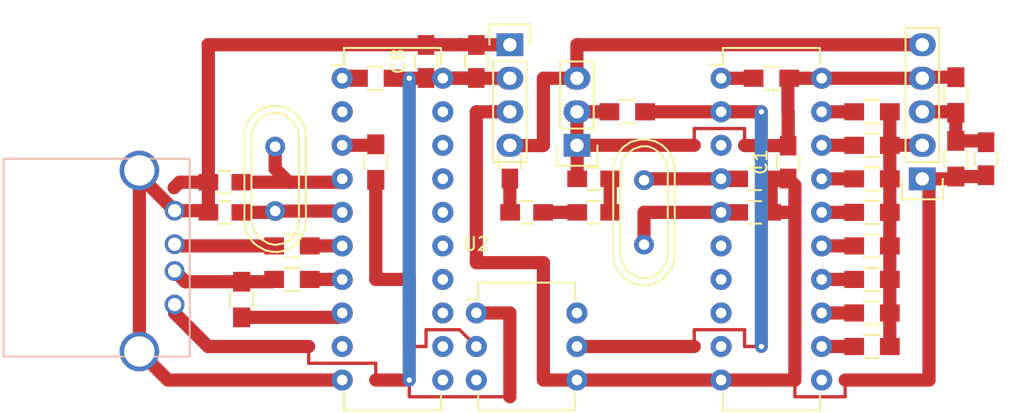
<source format=kicad_pcb>
(kicad_pcb (version 4) (host pcbnew 4.0.4+e1-6308~48~ubuntu16.04.1-stable)

  (general
    (links 75)
    (no_connects 0)
    (area 0 0 0 0)
    (thickness 1.6)
    (drawings 0)
    (tracks 167)
    (zones 0)
    (modules 38)
    (nets 33)
  )

  (page A4)
  (layers
    (0 F.Cu signal)
    (31 B.Cu signal)
    (32 B.Adhes user)
    (33 F.Adhes user)
    (34 B.Paste user)
    (35 F.Paste user)
    (36 B.SilkS user)
    (37 F.SilkS user)
    (38 B.Mask user)
    (39 F.Mask user)
    (40 Dwgs.User user)
    (41 Cmts.User user)
    (42 Eco1.User user)
    (43 Eco2.User user)
    (44 Edge.Cuts user)
    (45 Margin user)
    (46 B.CrtYd user)
    (47 F.CrtYd user)
    (48 B.Fab user)
    (49 F.Fab user)
  )

  (setup
    (last_trace_width 0.25)
    (user_trace_width 1)
    (trace_clearance 0.2)
    (zone_clearance 0.508)
    (zone_45_only no)
    (trace_min 0.2)
    (segment_width 0.2)
    (edge_width 0.15)
    (via_size 0.6)
    (via_drill 0.4)
    (via_min_size 0.4)
    (via_min_drill 0.3)
    (uvia_size 0.3)
    (uvia_drill 0.1)
    (uvias_allowed no)
    (uvia_min_size 0.2)
    (uvia_min_drill 0.1)
    (pcb_text_width 0.3)
    (pcb_text_size 1.5 1.5)
    (mod_edge_width 0.15)
    (mod_text_size 1 1)
    (mod_text_width 0.15)
    (pad_size 1.524 1.524)
    (pad_drill 0.762)
    (pad_to_mask_clearance 0.2)
    (aux_axis_origin 0 0)
    (visible_elements FFFFFF7F)
    (pcbplotparams
      (layerselection 0x00030_80000001)
      (usegerberextensions false)
      (excludeedgelayer true)
      (linewidth 0.100000)
      (plotframeref false)
      (viasonmask false)
      (mode 1)
      (useauxorigin false)
      (hpglpennumber 1)
      (hpglpenspeed 20)
      (hpglpendiameter 15)
      (hpglpenoverlay 2)
      (psnegative false)
      (psa4output false)
      (plotreference true)
      (plotvalue true)
      (plotinvisibletext false)
      (padsonsilk false)
      (subtractmaskfromsilk false)
      (outputformat 1)
      (mirror false)
      (drillshape 1)
      (scaleselection 1)
      (outputdirectory ""))
  )

  (net 0 "")
  (net 1 "Net-(C1-Pad1)")
  (net 2 "Net-(C1-Pad2)")
  (net 3 "Net-(C2-Pad1)")
  (net 4 "Net-(C2-Pad2)")
  (net 5 "Net-(C3-Pad1)")
  (net 6 "Net-(C4-Pad1)")
  (net 7 "Net-(C5-Pad1)")
  (net 8 "Net-(C6-Pad1)")
  (net 9 "Net-(C7-Pad1)")
  (net 10 "Net-(D1-Pad1)")
  (net 11 "Net-(D1-Pad2)")
  (net 12 "Net-(D2-Pad1)")
  (net 13 "Net-(D3-Pad1)")
  (net 14 "Net-(P1-Pad2)")
  (net 15 "Net-(P1-Pad3)")
  (net 16 "Net-(P2-Pad2)")
  (net 17 "Net-(IC1-Pad1)")
  (net 18 "Net-(IC1-Pad2)")
  (net 19 "Net-(IC1-Pad12)")
  (net 20 "Net-(IC1-Pad13)")
  (net 21 "Net-(IC1-Pad14)")
  (net 22 "Net-(IC1-Pad15)")
  (net 23 "Net-(IC1-Pad16)")
  (net 24 "Net-(IC1-Pad17)")
  (net 25 "Net-(IC1-Pad18)")
  (net 26 "Net-(IC1-Pad19)")
  (net 27 "Net-(IC2-Pad1)")
  (net 28 "Net-(IC2-Pad3)")
  (net 29 "Net-(IC2-Pad6)")
  (net 30 "Net-(IC2-Pad7)")
  (net 31 "Net-(IC2-Pad8)")
  (net 32 "Net-(R3-Pad2)")

  (net_class Default "This is the default net class."
    (clearance 0.2)
    (trace_width 0.25)
    (via_dia 0.6)
    (via_drill 0.4)
    (uvia_dia 0.3)
    (uvia_drill 0.1)
    (add_net "Net-(C1-Pad1)")
    (add_net "Net-(C1-Pad2)")
    (add_net "Net-(C2-Pad1)")
    (add_net "Net-(C2-Pad2)")
    (add_net "Net-(C3-Pad1)")
    (add_net "Net-(C4-Pad1)")
    (add_net "Net-(C5-Pad1)")
    (add_net "Net-(C6-Pad1)")
    (add_net "Net-(C7-Pad1)")
    (add_net "Net-(D1-Pad1)")
    (add_net "Net-(D1-Pad2)")
    (add_net "Net-(D2-Pad1)")
    (add_net "Net-(D3-Pad1)")
    (add_net "Net-(IC1-Pad1)")
    (add_net "Net-(IC1-Pad12)")
    (add_net "Net-(IC1-Pad13)")
    (add_net "Net-(IC1-Pad14)")
    (add_net "Net-(IC1-Pad15)")
    (add_net "Net-(IC1-Pad16)")
    (add_net "Net-(IC1-Pad17)")
    (add_net "Net-(IC1-Pad18)")
    (add_net "Net-(IC1-Pad19)")
    (add_net "Net-(IC1-Pad2)")
    (add_net "Net-(IC2-Pad1)")
    (add_net "Net-(IC2-Pad3)")
    (add_net "Net-(IC2-Pad6)")
    (add_net "Net-(IC2-Pad7)")
    (add_net "Net-(IC2-Pad8)")
    (add_net "Net-(P1-Pad2)")
    (add_net "Net-(P1-Pad3)")
    (add_net "Net-(P2-Pad2)")
    (add_net "Net-(R3-Pad2)")
  )

  (module Capacitors_SMD:C_0805_HandSoldering (layer F.Cu) (tedit 5836FD54) (tstamp 58369CF2)
    (at 126.492 93.98 90)
    (descr "Capacitor SMD 0805, hand soldering")
    (tags "capacitor 0805")
    (path /5831E294)
    (attr smd)
    (fp_text reference C1 (at 0 -2.1 90) (layer F.SilkS)
      (effects (font (size 1 1) (thickness 0.15)))
    )
    (fp_text value 100n (at 3.81 0.508 90) (layer F.Fab)
      (effects (font (size 1 1) (thickness 0.15)))
    )
    (fp_line (start -1 0.625) (end -1 -0.625) (layer F.Fab) (width 0.15))
    (fp_line (start 1 0.625) (end -1 0.625) (layer F.Fab) (width 0.15))
    (fp_line (start 1 -0.625) (end 1 0.625) (layer F.Fab) (width 0.15))
    (fp_line (start -1 -0.625) (end 1 -0.625) (layer F.Fab) (width 0.15))
    (fp_line (start -2.3 -1) (end 2.3 -1) (layer F.CrtYd) (width 0.05))
    (fp_line (start -2.3 1) (end 2.3 1) (layer F.CrtYd) (width 0.05))
    (fp_line (start -2.3 -1) (end -2.3 1) (layer F.CrtYd) (width 0.05))
    (fp_line (start 2.3 -1) (end 2.3 1) (layer F.CrtYd) (width 0.05))
    (fp_line (start 0.5 -0.85) (end -0.5 -0.85) (layer F.SilkS) (width 0.15))
    (fp_line (start -0.5 0.85) (end 0.5 0.85) (layer F.SilkS) (width 0.15))
    (pad 1 smd rect (at -1.25 0 90) (size 1.5 1.25) (layers F.Cu F.Paste F.Mask)
      (net 1 "Net-(C1-Pad1)"))
    (pad 2 smd rect (at 1.25 0 90) (size 1.5 1.25) (layers F.Cu F.Paste F.Mask)
      (net 2 "Net-(C1-Pad2)"))
    (model Capacitors_SMD.3dshapes/C_0805_HandSoldering.wrl
      (at (xyz 0 0 0))
      (scale (xyz 1 1 1))
      (rotate (xyz 0 0 0))
    )
  )

  (module Capacitors_SMD:C_0805_HandSoldering (layer F.Cu) (tedit 5836F58C) (tstamp 58369D02)
    (at 83.82 95.504 180)
    (descr "Capacitor SMD 0805, hand soldering")
    (tags "capacitor 0805")
    (path /58321F41)
    (attr smd)
    (fp_text reference C2 (at 3.048 2.032 180) (layer F.SilkS) hide
      (effects (font (size 1 1) (thickness 0.15)))
    )
    (fp_text value 27p (at 0 2.1 180) (layer F.Fab)
      (effects (font (size 1 1) (thickness 0.15)))
    )
    (fp_line (start -1 0.625) (end -1 -0.625) (layer F.Fab) (width 0.15))
    (fp_line (start 1 0.625) (end -1 0.625) (layer F.Fab) (width 0.15))
    (fp_line (start 1 -0.625) (end 1 0.625) (layer F.Fab) (width 0.15))
    (fp_line (start -1 -0.625) (end 1 -0.625) (layer F.Fab) (width 0.15))
    (fp_line (start -2.3 -1) (end 2.3 -1) (layer F.CrtYd) (width 0.05))
    (fp_line (start -2.3 1) (end 2.3 1) (layer F.CrtYd) (width 0.05))
    (fp_line (start -2.3 -1) (end -2.3 1) (layer F.CrtYd) (width 0.05))
    (fp_line (start 2.3 -1) (end 2.3 1) (layer F.CrtYd) (width 0.05))
    (fp_line (start 0.5 -0.85) (end -0.5 -0.85) (layer F.SilkS) (width 0.15))
    (fp_line (start -0.5 0.85) (end 0.5 0.85) (layer F.SilkS) (width 0.15))
    (pad 1 smd rect (at -1.25 0 180) (size 1.5 1.25) (layers F.Cu F.Paste F.Mask)
      (net 3 "Net-(C2-Pad1)"))
    (pad 2 smd rect (at 1.25 0 180) (size 1.5 1.25) (layers F.Cu F.Paste F.Mask)
      (net 4 "Net-(C2-Pad2)"))
    (model Capacitors_SMD.3dshapes/C_0805_HandSoldering.wrl
      (at (xyz 0 0 0))
      (scale (xyz 1 1 1))
      (rotate (xyz 0 0 0))
    )
  )

  (module Capacitors_SMD:C_0805_HandSoldering (layer F.Cu) (tedit 5836F587) (tstamp 58369D12)
    (at 83.82 97.79 180)
    (descr "Capacitor SMD 0805, hand soldering")
    (tags "capacitor 0805")
    (path /58321E0A)
    (attr smd)
    (fp_text reference C3 (at 1.524 -1.27 180) (layer F.SilkS) hide
      (effects (font (size 1 1) (thickness 0.15)))
    )
    (fp_text value 27p (at -1.27 -1.524 180) (layer F.Fab)
      (effects (font (size 1 1) (thickness 0.15)))
    )
    (fp_line (start -1 0.625) (end -1 -0.625) (layer F.Fab) (width 0.15))
    (fp_line (start 1 0.625) (end -1 0.625) (layer F.Fab) (width 0.15))
    (fp_line (start 1 -0.625) (end 1 0.625) (layer F.Fab) (width 0.15))
    (fp_line (start -1 -0.625) (end 1 -0.625) (layer F.Fab) (width 0.15))
    (fp_line (start -2.3 -1) (end 2.3 -1) (layer F.CrtYd) (width 0.05))
    (fp_line (start -2.3 1) (end 2.3 1) (layer F.CrtYd) (width 0.05))
    (fp_line (start -2.3 -1) (end -2.3 1) (layer F.CrtYd) (width 0.05))
    (fp_line (start 2.3 -1) (end 2.3 1) (layer F.CrtYd) (width 0.05))
    (fp_line (start 0.5 -0.85) (end -0.5 -0.85) (layer F.SilkS) (width 0.15))
    (fp_line (start -0.5 0.85) (end 0.5 0.85) (layer F.SilkS) (width 0.15))
    (pad 1 smd rect (at -1.25 0 180) (size 1.5 1.25) (layers F.Cu F.Paste F.Mask)
      (net 5 "Net-(C3-Pad1)"))
    (pad 2 smd rect (at 1.25 0 180) (size 1.5 1.25) (layers F.Cu F.Paste F.Mask)
      (net 4 "Net-(C2-Pad2)"))
    (model Capacitors_SMD.3dshapes/C_0805_HandSoldering.wrl
      (at (xyz 0 0 0))
      (scale (xyz 1 1 1))
      (rotate (xyz 0 0 0))
    )
  )

  (module Capacitors_SMD:C_0805_HandSoldering (layer F.Cu) (tedit 58370082) (tstamp 58369D22)
    (at 102.87 86.36 90)
    (descr "Capacitor SMD 0805, hand soldering")
    (tags "capacitor 0805")
    (path /58323415)
    (attr smd)
    (fp_text reference C4 (at 0 -2.1 90) (layer F.SilkS) hide
      (effects (font (size 1 1) (thickness 0.15)))
    )
    (fp_text value 4u7 (at 2.54 0 180) (layer F.Fab)
      (effects (font (size 1 1) (thickness 0.15)))
    )
    (fp_line (start -1 0.625) (end -1 -0.625) (layer F.Fab) (width 0.15))
    (fp_line (start 1 0.625) (end -1 0.625) (layer F.Fab) (width 0.15))
    (fp_line (start 1 -0.625) (end 1 0.625) (layer F.Fab) (width 0.15))
    (fp_line (start -1 -0.625) (end 1 -0.625) (layer F.Fab) (width 0.15))
    (fp_line (start -2.3 -1) (end 2.3 -1) (layer F.CrtYd) (width 0.05))
    (fp_line (start -2.3 1) (end 2.3 1) (layer F.CrtYd) (width 0.05))
    (fp_line (start -2.3 -1) (end -2.3 1) (layer F.CrtYd) (width 0.05))
    (fp_line (start 2.3 -1) (end 2.3 1) (layer F.CrtYd) (width 0.05))
    (fp_line (start 0.5 -0.85) (end -0.5 -0.85) (layer F.SilkS) (width 0.15))
    (fp_line (start -0.5 0.85) (end 0.5 0.85) (layer F.SilkS) (width 0.15))
    (pad 1 smd rect (at -1.25 0 90) (size 1.5 1.25) (layers F.Cu F.Paste F.Mask)
      (net 6 "Net-(C4-Pad1)"))
    (pad 2 smd rect (at 1.25 0 90) (size 1.5 1.25) (layers F.Cu F.Paste F.Mask)
      (net 4 "Net-(C2-Pad2)"))
    (model Capacitors_SMD.3dshapes/C_0805_HandSoldering.wrl
      (at (xyz 0 0 0))
      (scale (xyz 1 1 1))
      (rotate (xyz 0 0 0))
    )
  )

  (module Capacitors_SMD:C_0805_HandSoldering (layer F.Cu) (tedit 5836F86F) (tstamp 58369D32)
    (at 141.478 93.726 270)
    (descr "Capacitor SMD 0805, hand soldering")
    (tags "capacitor 0805")
    (path /5833C72A)
    (attr smd)
    (fp_text reference C5 (at 0 -2.1 270) (layer F.SilkS) hide
      (effects (font (size 1 1) (thickness 0.15)))
    )
    (fp_text value 4u7 (at -2.286 -2.032 270) (layer F.Fab)
      (effects (font (size 1 1) (thickness 0.15)))
    )
    (fp_line (start -1 0.625) (end -1 -0.625) (layer F.Fab) (width 0.15))
    (fp_line (start 1 0.625) (end -1 0.625) (layer F.Fab) (width 0.15))
    (fp_line (start 1 -0.625) (end 1 0.625) (layer F.Fab) (width 0.15))
    (fp_line (start -1 -0.625) (end 1 -0.625) (layer F.Fab) (width 0.15))
    (fp_line (start -2.3 -1) (end 2.3 -1) (layer F.CrtYd) (width 0.05))
    (fp_line (start -2.3 1) (end 2.3 1) (layer F.CrtYd) (width 0.05))
    (fp_line (start -2.3 -1) (end -2.3 1) (layer F.CrtYd) (width 0.05))
    (fp_line (start 2.3 -1) (end 2.3 1) (layer F.CrtYd) (width 0.05))
    (fp_line (start 0.5 -0.85) (end -0.5 -0.85) (layer F.SilkS) (width 0.15))
    (fp_line (start -0.5 0.85) (end 0.5 0.85) (layer F.SilkS) (width 0.15))
    (pad 1 smd rect (at -1.25 0 270) (size 1.5 1.25) (layers F.Cu F.Paste F.Mask)
      (net 7 "Net-(C5-Pad1)"))
    (pad 2 smd rect (at 1.25 0 270) (size 1.5 1.25) (layers F.Cu F.Paste F.Mask)
      (net 1 "Net-(C1-Pad1)"))
    (model Capacitors_SMD.3dshapes/C_0805_HandSoldering.wrl
      (at (xyz 0 0 0))
      (scale (xyz 1 1 1))
      (rotate (xyz 0 0 0))
    )
  )

  (module Capacitors_SMD:C_0805_HandSoldering (layer F.Cu) (tedit 5836F819) (tstamp 58369D42)
    (at 123.952 95.25)
    (descr "Capacitor SMD 0805, hand soldering")
    (tags "capacitor 0805")
    (path /5833CF36)
    (attr smd)
    (fp_text reference C6 (at 0 -2.1) (layer F.SilkS) hide
      (effects (font (size 1 1) (thickness 0.15)))
    )
    (fp_text value 22p (at -0.762 -1.27) (layer F.Fab)
      (effects (font (size 1 1) (thickness 0.15)))
    )
    (fp_line (start -1 0.625) (end -1 -0.625) (layer F.Fab) (width 0.15))
    (fp_line (start 1 0.625) (end -1 0.625) (layer F.Fab) (width 0.15))
    (fp_line (start 1 -0.625) (end 1 0.625) (layer F.Fab) (width 0.15))
    (fp_line (start -1 -0.625) (end 1 -0.625) (layer F.Fab) (width 0.15))
    (fp_line (start -2.3 -1) (end 2.3 -1) (layer F.CrtYd) (width 0.05))
    (fp_line (start -2.3 1) (end 2.3 1) (layer F.CrtYd) (width 0.05))
    (fp_line (start -2.3 -1) (end -2.3 1) (layer F.CrtYd) (width 0.05))
    (fp_line (start 2.3 -1) (end 2.3 1) (layer F.CrtYd) (width 0.05))
    (fp_line (start 0.5 -0.85) (end -0.5 -0.85) (layer F.SilkS) (width 0.15))
    (fp_line (start -0.5 0.85) (end 0.5 0.85) (layer F.SilkS) (width 0.15))
    (pad 1 smd rect (at -1.25 0) (size 1.5 1.25) (layers F.Cu F.Paste F.Mask)
      (net 8 "Net-(C6-Pad1)"))
    (pad 2 smd rect (at 1.25 0) (size 1.5 1.25) (layers F.Cu F.Paste F.Mask)
      (net 1 "Net-(C1-Pad1)"))
    (model Capacitors_SMD.3dshapes/C_0805_HandSoldering.wrl
      (at (xyz 0 0 0))
      (scale (xyz 1 1 1))
      (rotate (xyz 0 0 0))
    )
  )

  (module Capacitors_SMD:C_0805_HandSoldering (layer F.Cu) (tedit 5836F822) (tstamp 58369D52)
    (at 123.952 97.79)
    (descr "Capacitor SMD 0805, hand soldering")
    (tags "capacitor 0805")
    (path /5833CF30)
    (attr smd)
    (fp_text reference C7 (at 0 -2.1) (layer F.SilkS) hide
      (effects (font (size 1 1) (thickness 0.15)))
    )
    (fp_text value 22p (at -0.762 1.27) (layer F.Fab)
      (effects (font (size 1 1) (thickness 0.15)))
    )
    (fp_line (start -1 0.625) (end -1 -0.625) (layer F.Fab) (width 0.15))
    (fp_line (start 1 0.625) (end -1 0.625) (layer F.Fab) (width 0.15))
    (fp_line (start 1 -0.625) (end 1 0.625) (layer F.Fab) (width 0.15))
    (fp_line (start -1 -0.625) (end 1 -0.625) (layer F.Fab) (width 0.15))
    (fp_line (start -2.3 -1) (end 2.3 -1) (layer F.CrtYd) (width 0.05))
    (fp_line (start -2.3 1) (end 2.3 1) (layer F.CrtYd) (width 0.05))
    (fp_line (start -2.3 -1) (end -2.3 1) (layer F.CrtYd) (width 0.05))
    (fp_line (start 2.3 -1) (end 2.3 1) (layer F.CrtYd) (width 0.05))
    (fp_line (start 0.5 -0.85) (end -0.5 -0.85) (layer F.SilkS) (width 0.15))
    (fp_line (start -0.5 0.85) (end 0.5 0.85) (layer F.SilkS) (width 0.15))
    (pad 1 smd rect (at -1.25 0) (size 1.5 1.25) (layers F.Cu F.Paste F.Mask)
      (net 9 "Net-(C7-Pad1)"))
    (pad 2 smd rect (at 1.25 0) (size 1.5 1.25) (layers F.Cu F.Paste F.Mask)
      (net 1 "Net-(C1-Pad1)"))
    (model Capacitors_SMD.3dshapes/C_0805_HandSoldering.wrl
      (at (xyz 0 0 0))
      (scale (xyz 1 1 1))
      (rotate (xyz 0 0 0))
    )
  )

  (module Capacitors_SMD:C_0805_HandSoldering (layer F.Cu) (tedit 5836F63E) (tstamp 58369D62)
    (at 105.41 93.98 90)
    (descr "Capacitor SMD 0805, hand soldering")
    (tags "capacitor 0805")
    (path /58335391)
    (attr smd)
    (fp_text reference D1 (at 0 -2.1 90) (layer F.SilkS) hide
      (effects (font (size 1 1) (thickness 0.15)))
    )
    (fp_text value D (at -2.54 2.54 90) (layer F.Fab)
      (effects (font (size 1 1) (thickness 0.15)))
    )
    (fp_line (start -1 0.625) (end -1 -0.625) (layer F.Fab) (width 0.15))
    (fp_line (start 1 0.625) (end -1 0.625) (layer F.Fab) (width 0.15))
    (fp_line (start 1 -0.625) (end 1 0.625) (layer F.Fab) (width 0.15))
    (fp_line (start -1 -0.625) (end 1 -0.625) (layer F.Fab) (width 0.15))
    (fp_line (start -2.3 -1) (end 2.3 -1) (layer F.CrtYd) (width 0.05))
    (fp_line (start -2.3 1) (end 2.3 1) (layer F.CrtYd) (width 0.05))
    (fp_line (start -2.3 -1) (end -2.3 1) (layer F.CrtYd) (width 0.05))
    (fp_line (start 2.3 -1) (end 2.3 1) (layer F.CrtYd) (width 0.05))
    (fp_line (start 0.5 -0.85) (end -0.5 -0.85) (layer F.SilkS) (width 0.15))
    (fp_line (start -0.5 0.85) (end 0.5 0.85) (layer F.SilkS) (width 0.15))
    (pad 1 smd rect (at -1.25 0 90) (size 1.5 1.25) (layers F.Cu F.Paste F.Mask)
      (net 10 "Net-(D1-Pad1)"))
    (pad 2 smd rect (at 1.25 0 90) (size 1.5 1.25) (layers F.Cu F.Paste F.Mask)
      (net 11 "Net-(D1-Pad2)"))
    (model Capacitors_SMD.3dshapes/C_0805_HandSoldering.wrl
      (at (xyz 0 0 0))
      (scale (xyz 1 1 1))
      (rotate (xyz 0 0 0))
    )
  )

  (module Capacitors_SMD:C_0805_HandSoldering (layer F.Cu) (tedit 5836F634) (tstamp 58369D72)
    (at 106.68 97.79 180)
    (descr "Capacitor SMD 0805, hand soldering")
    (tags "capacitor 0805")
    (path /58335426)
    (attr smd)
    (fp_text reference D2 (at 0 -2.1 180) (layer F.SilkS) hide
      (effects (font (size 1 1) (thickness 0.15)))
    )
    (fp_text value D (at 1.016 2.54 180) (layer F.Fab)
      (effects (font (size 1 1) (thickness 0.15)))
    )
    (fp_line (start -1 0.625) (end -1 -0.625) (layer F.Fab) (width 0.15))
    (fp_line (start 1 0.625) (end -1 0.625) (layer F.Fab) (width 0.15))
    (fp_line (start 1 -0.625) (end 1 0.625) (layer F.Fab) (width 0.15))
    (fp_line (start -1 -0.625) (end 1 -0.625) (layer F.Fab) (width 0.15))
    (fp_line (start -2.3 -1) (end 2.3 -1) (layer F.CrtYd) (width 0.05))
    (fp_line (start -2.3 1) (end 2.3 1) (layer F.CrtYd) (width 0.05))
    (fp_line (start -2.3 -1) (end -2.3 1) (layer F.CrtYd) (width 0.05))
    (fp_line (start 2.3 -1) (end 2.3 1) (layer F.CrtYd) (width 0.05))
    (fp_line (start 0.5 -0.85) (end -0.5 -0.85) (layer F.SilkS) (width 0.15))
    (fp_line (start -0.5 0.85) (end 0.5 0.85) (layer F.SilkS) (width 0.15))
    (pad 1 smd rect (at -1.25 0 180) (size 1.5 1.25) (layers F.Cu F.Paste F.Mask)
      (net 12 "Net-(D2-Pad1)"))
    (pad 2 smd rect (at 1.25 0 180) (size 1.5 1.25) (layers F.Cu F.Paste F.Mask)
      (net 10 "Net-(D1-Pad1)"))
    (model Capacitors_SMD.3dshapes/C_0805_HandSoldering.wrl
      (at (xyz 0 0 0))
      (scale (xyz 1 1 1))
      (rotate (xyz 0 0 0))
    )
  )

  (module Capacitors_SMD:C_0805_HandSoldering (layer F.Cu) (tedit 5836F630) (tstamp 58369D82)
    (at 111.76 97.79 180)
    (descr "Capacitor SMD 0805, hand soldering")
    (tags "capacitor 0805")
    (path /58335487)
    (attr smd)
    (fp_text reference D3 (at 0 -2.1 180) (layer F.SilkS) hide
      (effects (font (size 1 1) (thickness 0.15)))
    )
    (fp_text value D (at 0.254 3.81 180) (layer F.Fab)
      (effects (font (size 1 1) (thickness 0.15)))
    )
    (fp_line (start -1 0.625) (end -1 -0.625) (layer F.Fab) (width 0.15))
    (fp_line (start 1 0.625) (end -1 0.625) (layer F.Fab) (width 0.15))
    (fp_line (start 1 -0.625) (end 1 0.625) (layer F.Fab) (width 0.15))
    (fp_line (start -1 -0.625) (end 1 -0.625) (layer F.Fab) (width 0.15))
    (fp_line (start -2.3 -1) (end 2.3 -1) (layer F.CrtYd) (width 0.05))
    (fp_line (start -2.3 1) (end 2.3 1) (layer F.CrtYd) (width 0.05))
    (fp_line (start -2.3 -1) (end -2.3 1) (layer F.CrtYd) (width 0.05))
    (fp_line (start 2.3 -1) (end 2.3 1) (layer F.CrtYd) (width 0.05))
    (fp_line (start 0.5 -0.85) (end -0.5 -0.85) (layer F.SilkS) (width 0.15))
    (fp_line (start -0.5 0.85) (end 0.5 0.85) (layer F.SilkS) (width 0.15))
    (pad 1 smd rect (at -1.25 0 180) (size 1.5 1.25) (layers F.Cu F.Paste F.Mask)
      (net 13 "Net-(D3-Pad1)"))
    (pad 2 smd rect (at 1.25 0 180) (size 1.5 1.25) (layers F.Cu F.Paste F.Mask)
      (net 12 "Net-(D2-Pad1)"))
    (model Capacitors_SMD.3dshapes/C_0805_HandSoldering.wrl
      (at (xyz 0 0 0))
      (scale (xyz 1 1 1))
      (rotate (xyz 0 0 0))
    )
  )

  (module Capacitors_SMD:C_0805_HandSoldering (layer F.Cu) (tedit 5836F632) (tstamp 58369D92)
    (at 111.76 95.25)
    (descr "Capacitor SMD 0805, hand soldering")
    (tags "capacitor 0805")
    (path /58335581)
    (attr smd)
    (fp_text reference D4 (at 0 -2.1) (layer F.SilkS) hide
      (effects (font (size 1 1) (thickness 0.15)))
    )
    (fp_text value D (at 3.048 0.889) (layer F.Fab)
      (effects (font (size 1 1) (thickness 0.15)))
    )
    (fp_line (start -1 0.625) (end -1 -0.625) (layer F.Fab) (width 0.15))
    (fp_line (start 1 0.625) (end -1 0.625) (layer F.Fab) (width 0.15))
    (fp_line (start 1 -0.625) (end 1 0.625) (layer F.Fab) (width 0.15))
    (fp_line (start -1 -0.625) (end 1 -0.625) (layer F.Fab) (width 0.15))
    (fp_line (start -2.3 -1) (end 2.3 -1) (layer F.CrtYd) (width 0.05))
    (fp_line (start -2.3 1) (end 2.3 1) (layer F.CrtYd) (width 0.05))
    (fp_line (start -2.3 -1) (end -2.3 1) (layer F.CrtYd) (width 0.05))
    (fp_line (start 2.3 -1) (end 2.3 1) (layer F.CrtYd) (width 0.05))
    (fp_line (start 0.5 -0.85) (end -0.5 -0.85) (layer F.SilkS) (width 0.15))
    (fp_line (start -0.5 0.85) (end 0.5 0.85) (layer F.SilkS) (width 0.15))
    (pad 1 smd rect (at -1.25 0) (size 1.5 1.25) (layers F.Cu F.Paste F.Mask)
      (net 2 "Net-(C1-Pad2)"))
    (pad 2 smd rect (at 1.25 0) (size 1.5 1.25) (layers F.Cu F.Paste F.Mask)
      (net 13 "Net-(D3-Pad1)"))
    (model Capacitors_SMD.3dshapes/C_0805_HandSoldering.wrl
      (at (xyz 0 0 0))
      (scale (xyz 1 1 1))
      (rotate (xyz 0 0 0))
    )
  )

  (module Socket_Strips:Socket_Strip_Straight_1x05 (layer F.Cu) (tedit 5836F887) (tstamp 58369DCD)
    (at 136.652 95.25 90)
    (descr "Through hole socket strip")
    (tags "socket strip")
    (path /58340090)
    (fp_text reference P2 (at 0 -5.1 90) (layer F.SilkS) hide
      (effects (font (size 1 1) (thickness 0.15)))
    )
    (fp_text value CONN_01X05 (at 12.7 -0.762 180) (layer F.Fab)
      (effects (font (size 1 1) (thickness 0.15)))
    )
    (fp_line (start -1.75 -1.75) (end -1.75 1.75) (layer F.CrtYd) (width 0.05))
    (fp_line (start 11.95 -1.75) (end 11.95 1.75) (layer F.CrtYd) (width 0.05))
    (fp_line (start -1.75 -1.75) (end 11.95 -1.75) (layer F.CrtYd) (width 0.05))
    (fp_line (start -1.75 1.75) (end 11.95 1.75) (layer F.CrtYd) (width 0.05))
    (fp_line (start 1.27 1.27) (end 11.43 1.27) (layer F.SilkS) (width 0.15))
    (fp_line (start 11.43 1.27) (end 11.43 -1.27) (layer F.SilkS) (width 0.15))
    (fp_line (start 11.43 -1.27) (end 1.27 -1.27) (layer F.SilkS) (width 0.15))
    (fp_line (start -1.55 1.55) (end 0 1.55) (layer F.SilkS) (width 0.15))
    (fp_line (start 1.27 1.27) (end 1.27 -1.27) (layer F.SilkS) (width 0.15))
    (fp_line (start 0 -1.55) (end -1.55 -1.55) (layer F.SilkS) (width 0.15))
    (fp_line (start -1.55 -1.55) (end -1.55 1.55) (layer F.SilkS) (width 0.15))
    (pad 1 thru_hole rect (at 0 0 90) (size 1.7272 2.032) (drill 1.016) (layers *.Cu *.Mask)
      (net 1 "Net-(C1-Pad1)"))
    (pad 2 thru_hole oval (at 2.54 0 90) (size 1.7272 2.032) (drill 1.016) (layers *.Cu *.Mask)
      (net 16 "Net-(P2-Pad2)"))
    (pad 3 thru_hole oval (at 5.08 0 90) (size 1.7272 2.032) (drill 1.016) (layers *.Cu *.Mask)
      (net 7 "Net-(C5-Pad1)"))
    (pad 4 thru_hole oval (at 7.62 0 90) (size 1.7272 2.032) (drill 1.016) (layers *.Cu *.Mask)
      (net 2 "Net-(C1-Pad2)"))
    (pad 5 thru_hole oval (at 10.16 0 90) (size 1.7272 2.032) (drill 1.016) (layers *.Cu *.Mask)
      (net 11 "Net-(D1-Pad2)"))
    (model Socket_Strips.3dshapes/Socket_Strip_Straight_1x05.wrl
      (at (xyz 0.2 0 0))
      (scale (xyz 1 1 1))
      (rotate (xyz 0 0 180))
    )
  )

  (module Resistors_SMD:R_0805_HandSoldering (layer F.Cu) (tedit 5836F598) (tstamp 58369DDD)
    (at 95.25 87.63)
    (descr "Resistor SMD 0805, hand soldering")
    (tags "resistor 0805")
    (path /58321A95)
    (attr smd)
    (fp_text reference R1 (at 0 -2.1) (layer F.SilkS) hide
      (effects (font (size 1 1) (thickness 0.15)))
    )
    (fp_text value 10K (at 0 2.1) (layer F.Fab)
      (effects (font (size 1 1) (thickness 0.15)))
    )
    (fp_line (start -1 0.625) (end -1 -0.625) (layer F.Fab) (width 0.1))
    (fp_line (start 1 0.625) (end -1 0.625) (layer F.Fab) (width 0.1))
    (fp_line (start 1 -0.625) (end 1 0.625) (layer F.Fab) (width 0.1))
    (fp_line (start -1 -0.625) (end 1 -0.625) (layer F.Fab) (width 0.1))
    (fp_line (start -2.4 -1) (end 2.4 -1) (layer F.CrtYd) (width 0.05))
    (fp_line (start -2.4 1) (end 2.4 1) (layer F.CrtYd) (width 0.05))
    (fp_line (start -2.4 -1) (end -2.4 1) (layer F.CrtYd) (width 0.05))
    (fp_line (start 2.4 -1) (end 2.4 1) (layer F.CrtYd) (width 0.05))
    (fp_line (start 0.6 0.875) (end -0.6 0.875) (layer F.SilkS) (width 0.15))
    (fp_line (start -0.6 -0.875) (end 0.6 -0.875) (layer F.SilkS) (width 0.15))
    (pad 1 smd rect (at -1.35 0) (size 1.5 1.3) (layers F.Cu F.Paste F.Mask)
      (net 27 "Net-(IC2-Pad1)"))
    (pad 2 smd rect (at 1.35 0) (size 1.5 1.3) (layers F.Cu F.Paste F.Mask)
      (net 6 "Net-(C4-Pad1)"))
    (model Resistors_SMD.3dshapes/R_0805_HandSoldering.wrl
      (at (xyz 0 0 0))
      (scale (xyz 1 1 1))
      (rotate (xyz 0 0 0))
    )
  )

  (module Resistors_SMD:R_0805_HandSoldering (layer F.Cu) (tedit 5836F627) (tstamp 58369DED)
    (at 114.3 90.17)
    (descr "Resistor SMD 0805, hand soldering")
    (tags "resistor 0805")
    (path /5831D399)
    (attr smd)
    (fp_text reference R2 (at 0 -2.1) (layer F.SilkS) hide
      (effects (font (size 1 1) (thickness 0.15)))
    )
    (fp_text value 2K2 (at 3.302 0.762) (layer F.Fab)
      (effects (font (size 1 1) (thickness 0.15)))
    )
    (fp_line (start -1 0.625) (end -1 -0.625) (layer F.Fab) (width 0.1))
    (fp_line (start 1 0.625) (end -1 0.625) (layer F.Fab) (width 0.1))
    (fp_line (start 1 -0.625) (end 1 0.625) (layer F.Fab) (width 0.1))
    (fp_line (start -1 -0.625) (end 1 -0.625) (layer F.Fab) (width 0.1))
    (fp_line (start -2.4 -1) (end 2.4 -1) (layer F.CrtYd) (width 0.05))
    (fp_line (start -2.4 1) (end 2.4 1) (layer F.CrtYd) (width 0.05))
    (fp_line (start -2.4 -1) (end -2.4 1) (layer F.CrtYd) (width 0.05))
    (fp_line (start 2.4 -1) (end 2.4 1) (layer F.CrtYd) (width 0.05))
    (fp_line (start 0.6 0.875) (end -0.6 0.875) (layer F.SilkS) (width 0.15))
    (fp_line (start -0.6 -0.875) (end 0.6 -0.875) (layer F.SilkS) (width 0.15))
    (pad 1 smd rect (at -1.35 0) (size 1.5 1.3) (layers F.Cu F.Paste F.Mask)
      (net 2 "Net-(C1-Pad2)"))
    (pad 2 smd rect (at 1.35 0) (size 1.5 1.3) (layers F.Cu F.Paste F.Mask)
      (net 18 "Net-(IC1-Pad2)"))
    (model Resistors_SMD.3dshapes/R_0805_HandSoldering.wrl
      (at (xyz 0 0 0))
      (scale (xyz 1 1 1))
      (rotate (xyz 0 0 0))
    )
  )

  (module Resistors_SMD:R_0805_HandSoldering (layer F.Cu) (tedit 5836F64B) (tstamp 58369DFD)
    (at 95.25 93.98 270)
    (descr "Resistor SMD 0805, hand soldering")
    (tags "resistor 0805")
    (path /5831DE1F)
    (attr smd)
    (fp_text reference R3 (at 0 -2.1 270) (layer F.SilkS) hide
      (effects (font (size 1 1) (thickness 0.15)))
    )
    (fp_text value 220R (at -4.445 0 270) (layer F.Fab)
      (effects (font (size 1 1) (thickness 0.15)))
    )
    (fp_line (start -1 0.625) (end -1 -0.625) (layer F.Fab) (width 0.1))
    (fp_line (start 1 0.625) (end -1 0.625) (layer F.Fab) (width 0.1))
    (fp_line (start 1 -0.625) (end 1 0.625) (layer F.Fab) (width 0.1))
    (fp_line (start -1 -0.625) (end 1 -0.625) (layer F.Fab) (width 0.1))
    (fp_line (start -2.4 -1) (end 2.4 -1) (layer F.CrtYd) (width 0.05))
    (fp_line (start -2.4 1) (end 2.4 1) (layer F.CrtYd) (width 0.05))
    (fp_line (start -2.4 -1) (end -2.4 1) (layer F.CrtYd) (width 0.05))
    (fp_line (start 2.4 -1) (end 2.4 1) (layer F.CrtYd) (width 0.05))
    (fp_line (start 0.6 0.875) (end -0.6 0.875) (layer F.SilkS) (width 0.15))
    (fp_line (start -0.6 -0.875) (end 0.6 -0.875) (layer F.SilkS) (width 0.15))
    (pad 1 smd rect (at -1.35 0 270) (size 1.5 1.3) (layers F.Cu F.Paste F.Mask)
      (net 28 "Net-(IC2-Pad3)"))
    (pad 2 smd rect (at 1.35 0 270) (size 1.5 1.3) (layers F.Cu F.Paste F.Mask)
      (net 32 "Net-(R3-Pad2)"))
    (model Resistors_SMD.3dshapes/R_0805_HandSoldering.wrl
      (at (xyz 0 0 0))
      (scale (xyz 1 1 1))
      (rotate (xyz 0 0 0))
    )
  )

  (module Resistors_SMD:R_0805_HandSoldering (layer F.Cu) (tedit 5836F565) (tstamp 58369E0D)
    (at 85.09 104.394 90)
    (descr "Resistor SMD 0805, hand soldering")
    (tags "resistor 0805")
    (path /583228D2)
    (attr smd)
    (fp_text reference R4 (at 0 -2.1 90) (layer F.SilkS) hide
      (effects (font (size 1 1) (thickness 0.15)))
    )
    (fp_text value 1K5 (at -0.381 -1.905 90) (layer F.Fab)
      (effects (font (size 1 1) (thickness 0.15)))
    )
    (fp_line (start -1 0.625) (end -1 -0.625) (layer F.Fab) (width 0.1))
    (fp_line (start 1 0.625) (end -1 0.625) (layer F.Fab) (width 0.1))
    (fp_line (start 1 -0.625) (end 1 0.625) (layer F.Fab) (width 0.1))
    (fp_line (start -1 -0.625) (end 1 -0.625) (layer F.Fab) (width 0.1))
    (fp_line (start -2.4 -1) (end 2.4 -1) (layer F.CrtYd) (width 0.05))
    (fp_line (start -2.4 1) (end 2.4 1) (layer F.CrtYd) (width 0.05))
    (fp_line (start -2.4 -1) (end -2.4 1) (layer F.CrtYd) (width 0.05))
    (fp_line (start 2.4 -1) (end 2.4 1) (layer F.CrtYd) (width 0.05))
    (fp_line (start 0.6 0.875) (end -0.6 0.875) (layer F.SilkS) (width 0.15))
    (fp_line (start -0.6 -0.875) (end 0.6 -0.875) (layer F.SilkS) (width 0.15))
    (pad 1 smd rect (at -1.35 0 90) (size 1.5 1.3) (layers F.Cu F.Paste F.Mask)
      (net 31 "Net-(IC2-Pad8)"))
    (pad 2 smd rect (at 1.35 0 90) (size 1.5 1.3) (layers F.Cu F.Paste F.Mask)
      (net 14 "Net-(P1-Pad2)"))
    (model Resistors_SMD.3dshapes/R_0805_HandSoldering.wrl
      (at (xyz 0 0 0))
      (scale (xyz 1 1 1))
      (rotate (xyz 0 0 0))
    )
  )

  (module Resistors_SMD:R_0805_HandSoldering (layer F.Cu) (tedit 5836F571) (tstamp 58369E1D)
    (at 88.9 102.87 180)
    (descr "Resistor SMD 0805, hand soldering")
    (tags "resistor 0805")
    (path /58322759)
    (attr smd)
    (fp_text reference R5 (at 0 -2.1 180) (layer F.SilkS) hide
      (effects (font (size 1 1) (thickness 0.15)))
    )
    (fp_text value 47R (at -1.905 1.27 180) (layer F.Fab)
      (effects (font (size 1 1) (thickness 0.15)))
    )
    (fp_line (start -1 0.625) (end -1 -0.625) (layer F.Fab) (width 0.1))
    (fp_line (start 1 0.625) (end -1 0.625) (layer F.Fab) (width 0.1))
    (fp_line (start 1 -0.625) (end 1 0.625) (layer F.Fab) (width 0.1))
    (fp_line (start -1 -0.625) (end 1 -0.625) (layer F.Fab) (width 0.1))
    (fp_line (start -2.4 -1) (end 2.4 -1) (layer F.CrtYd) (width 0.05))
    (fp_line (start -2.4 1) (end 2.4 1) (layer F.CrtYd) (width 0.05))
    (fp_line (start -2.4 -1) (end -2.4 1) (layer F.CrtYd) (width 0.05))
    (fp_line (start 2.4 -1) (end 2.4 1) (layer F.CrtYd) (width 0.05))
    (fp_line (start 0.6 0.875) (end -0.6 0.875) (layer F.SilkS) (width 0.15))
    (fp_line (start -0.6 -0.875) (end 0.6 -0.875) (layer F.SilkS) (width 0.15))
    (pad 1 smd rect (at -1.35 0 180) (size 1.5 1.3) (layers F.Cu F.Paste F.Mask)
      (net 30 "Net-(IC2-Pad7)"))
    (pad 2 smd rect (at 1.35 0 180) (size 1.5 1.3) (layers F.Cu F.Paste F.Mask)
      (net 14 "Net-(P1-Pad2)"))
    (model Resistors_SMD.3dshapes/R_0805_HandSoldering.wrl
      (at (xyz 0 0 0))
      (scale (xyz 1 1 1))
      (rotate (xyz 0 0 0))
    )
  )

  (module Resistors_SMD:R_0805_HandSoldering (layer F.Cu) (tedit 5836F57D) (tstamp 58369E2D)
    (at 88.9 100.33)
    (descr "Resistor SMD 0805, hand soldering")
    (tags "resistor 0805")
    (path /5832266F)
    (attr smd)
    (fp_text reference R6 (at 0 -2.1) (layer F.SilkS) hide
      (effects (font (size 1 1) (thickness 0.15)))
    )
    (fp_text value 47R (at 0 4.445) (layer F.Fab)
      (effects (font (size 1 1) (thickness 0.15)))
    )
    (fp_line (start -1 0.625) (end -1 -0.625) (layer F.Fab) (width 0.1))
    (fp_line (start 1 0.625) (end -1 0.625) (layer F.Fab) (width 0.1))
    (fp_line (start 1 -0.625) (end 1 0.625) (layer F.Fab) (width 0.1))
    (fp_line (start -1 -0.625) (end 1 -0.625) (layer F.Fab) (width 0.1))
    (fp_line (start -2.4 -1) (end 2.4 -1) (layer F.CrtYd) (width 0.05))
    (fp_line (start -2.4 1) (end 2.4 1) (layer F.CrtYd) (width 0.05))
    (fp_line (start -2.4 -1) (end -2.4 1) (layer F.CrtYd) (width 0.05))
    (fp_line (start 2.4 -1) (end 2.4 1) (layer F.CrtYd) (width 0.05))
    (fp_line (start 0.6 0.875) (end -0.6 0.875) (layer F.SilkS) (width 0.15))
    (fp_line (start -0.6 -0.875) (end 0.6 -0.875) (layer F.SilkS) (width 0.15))
    (pad 1 smd rect (at -1.35 0) (size 1.5 1.3) (layers F.Cu F.Paste F.Mask)
      (net 15 "Net-(P1-Pad3)"))
    (pad 2 smd rect (at 1.35 0) (size 1.5 1.3) (layers F.Cu F.Paste F.Mask)
      (net 29 "Net-(IC2-Pad6)"))
    (model Resistors_SMD.3dshapes/R_0805_HandSoldering.wrl
      (at (xyz 0 0 0))
      (scale (xyz 1 1 1))
      (rotate (xyz 0 0 0))
    )
  )

  (module Resistors_SMD:R_0805_HandSoldering (layer F.Cu) (tedit 5836F868) (tstamp 58369E3D)
    (at 139.192 88.9 270)
    (descr "Resistor SMD 0805, hand soldering")
    (tags "resistor 0805")
    (path /5833C2F7)
    (attr smd)
    (fp_text reference R7 (at 0 -2.1 270) (layer F.SilkS) hide
      (effects (font (size 1 1) (thickness 0.15)))
    )
    (fp_text value 220R (at 0 -1.778 270) (layer F.Fab)
      (effects (font (size 1 1) (thickness 0.15)))
    )
    (fp_line (start -1 0.625) (end -1 -0.625) (layer F.Fab) (width 0.1))
    (fp_line (start 1 0.625) (end -1 0.625) (layer F.Fab) (width 0.1))
    (fp_line (start 1 -0.625) (end 1 0.625) (layer F.Fab) (width 0.1))
    (fp_line (start -1 -0.625) (end 1 -0.625) (layer F.Fab) (width 0.1))
    (fp_line (start -2.4 -1) (end 2.4 -1) (layer F.CrtYd) (width 0.05))
    (fp_line (start -2.4 1) (end 2.4 1) (layer F.CrtYd) (width 0.05))
    (fp_line (start -2.4 -1) (end -2.4 1) (layer F.CrtYd) (width 0.05))
    (fp_line (start 2.4 -1) (end 2.4 1) (layer F.CrtYd) (width 0.05))
    (fp_line (start 0.6 0.875) (end -0.6 0.875) (layer F.SilkS) (width 0.15))
    (fp_line (start -0.6 -0.875) (end 0.6 -0.875) (layer F.SilkS) (width 0.15))
    (pad 1 smd rect (at -1.35 0 270) (size 1.5 1.3) (layers F.Cu F.Paste F.Mask)
      (net 2 "Net-(C1-Pad2)"))
    (pad 2 smd rect (at 1.35 0 270) (size 1.5 1.3) (layers F.Cu F.Paste F.Mask)
      (net 7 "Net-(C5-Pad1)"))
    (model Resistors_SMD.3dshapes/R_0805_HandSoldering.wrl
      (at (xyz 0 0 0))
      (scale (xyz 1 1 1))
      (rotate (xyz 0 0 0))
    )
  )

  (module Resistors_SMD:R_0805_HandSoldering (layer F.Cu) (tedit 5836F87A) (tstamp 58369E4D)
    (at 139.192 93.726 270)
    (descr "Resistor SMD 0805, hand soldering")
    (tags "resistor 0805")
    (path /5833C12B)
    (attr smd)
    (fp_text reference R8 (at 0 -2.1 270) (layer F.SilkS) hide
      (effects (font (size 1 1) (thickness 0.15)))
    )
    (fp_text value 220R (at 4.064 0.762 270) (layer F.Fab)
      (effects (font (size 1 1) (thickness 0.15)))
    )
    (fp_line (start -1 0.625) (end -1 -0.625) (layer F.Fab) (width 0.1))
    (fp_line (start 1 0.625) (end -1 0.625) (layer F.Fab) (width 0.1))
    (fp_line (start 1 -0.625) (end 1 0.625) (layer F.Fab) (width 0.1))
    (fp_line (start -1 -0.625) (end 1 -0.625) (layer F.Fab) (width 0.1))
    (fp_line (start -2.4 -1) (end 2.4 -1) (layer F.CrtYd) (width 0.05))
    (fp_line (start -2.4 1) (end 2.4 1) (layer F.CrtYd) (width 0.05))
    (fp_line (start -2.4 -1) (end -2.4 1) (layer F.CrtYd) (width 0.05))
    (fp_line (start 2.4 -1) (end 2.4 1) (layer F.CrtYd) (width 0.05))
    (fp_line (start 0.6 0.875) (end -0.6 0.875) (layer F.SilkS) (width 0.15))
    (fp_line (start -0.6 -0.875) (end 0.6 -0.875) (layer F.SilkS) (width 0.15))
    (pad 1 smd rect (at -1.35 0 270) (size 1.5 1.3) (layers F.Cu F.Paste F.Mask)
      (net 7 "Net-(C5-Pad1)"))
    (pad 2 smd rect (at 1.35 0 270) (size 1.5 1.3) (layers F.Cu F.Paste F.Mask)
      (net 1 "Net-(C1-Pad1)"))
    (model Resistors_SMD.3dshapes/R_0805_HandSoldering.wrl
      (at (xyz 0 0 0))
      (scale (xyz 1 1 1))
      (rotate (xyz 0 0 0))
    )
  )

  (module Resistors_SMD:R_0805_HandSoldering (layer F.Cu) (tedit 5836F8B0) (tstamp 58369E5D)
    (at 132.842 102.87)
    (descr "Resistor SMD 0805, hand soldering")
    (tags "resistor 0805")
    (path /5833AABE)
    (attr smd)
    (fp_text reference R9 (at 0 -2.1) (layer F.SilkS) hide
      (effects (font (size 1 1) (thickness 0.15)))
    )
    (fp_text value 220R (at -0.762 -1.27) (layer F.Fab)
      (effects (font (size 1 1) (thickness 0.15)))
    )
    (fp_line (start -1 0.625) (end -1 -0.625) (layer F.Fab) (width 0.1))
    (fp_line (start 1 0.625) (end -1 0.625) (layer F.Fab) (width 0.1))
    (fp_line (start 1 -0.625) (end 1 0.625) (layer F.Fab) (width 0.1))
    (fp_line (start -1 -0.625) (end 1 -0.625) (layer F.Fab) (width 0.1))
    (fp_line (start -2.4 -1) (end 2.4 -1) (layer F.CrtYd) (width 0.05))
    (fp_line (start -2.4 1) (end 2.4 1) (layer F.CrtYd) (width 0.05))
    (fp_line (start -2.4 -1) (end -2.4 1) (layer F.CrtYd) (width 0.05))
    (fp_line (start 2.4 -1) (end 2.4 1) (layer F.CrtYd) (width 0.05))
    (fp_line (start 0.6 0.875) (end -0.6 0.875) (layer F.SilkS) (width 0.15))
    (fp_line (start -0.6 -0.875) (end 0.6 -0.875) (layer F.SilkS) (width 0.15))
    (pad 1 smd rect (at -1.35 0) (size 1.5 1.3) (layers F.Cu F.Paste F.Mask)
      (net 21 "Net-(IC1-Pad14)"))
    (pad 2 smd rect (at 1.35 0) (size 1.5 1.3) (layers F.Cu F.Paste F.Mask)
      (net 16 "Net-(P2-Pad2)"))
    (model Resistors_SMD.3dshapes/R_0805_HandSoldering.wrl
      (at (xyz 0 0 0))
      (scale (xyz 1 1 1))
      (rotate (xyz 0 0 0))
    )
  )

  (module Resistors_SMD:R_0805_HandSoldering (layer F.Cu) (tedit 5836F883) (tstamp 58369E6D)
    (at 132.842 92.71)
    (descr "Resistor SMD 0805, hand soldering")
    (tags "resistor 0805")
    (path /5833AD19)
    (attr smd)
    (fp_text reference R10 (at 0 -2.1) (layer F.SilkS) hide
      (effects (font (size 1 1) (thickness 0.15)))
    )
    (fp_text value 220R (at -0.762 -1.27) (layer F.Fab)
      (effects (font (size 1 1) (thickness 0.15)))
    )
    (fp_line (start -1 0.625) (end -1 -0.625) (layer F.Fab) (width 0.1))
    (fp_line (start 1 0.625) (end -1 0.625) (layer F.Fab) (width 0.1))
    (fp_line (start 1 -0.625) (end 1 0.625) (layer F.Fab) (width 0.1))
    (fp_line (start -1 -0.625) (end 1 -0.625) (layer F.Fab) (width 0.1))
    (fp_line (start -2.4 -1) (end 2.4 -1) (layer F.CrtYd) (width 0.05))
    (fp_line (start -2.4 1) (end 2.4 1) (layer F.CrtYd) (width 0.05))
    (fp_line (start -2.4 -1) (end -2.4 1) (layer F.CrtYd) (width 0.05))
    (fp_line (start 2.4 -1) (end 2.4 1) (layer F.CrtYd) (width 0.05))
    (fp_line (start 0.6 0.875) (end -0.6 0.875) (layer F.SilkS) (width 0.15))
    (fp_line (start -0.6 -0.875) (end 0.6 -0.875) (layer F.SilkS) (width 0.15))
    (pad 1 smd rect (at -1.35 0) (size 1.5 1.3) (layers F.Cu F.Paste F.Mask)
      (net 25 "Net-(IC1-Pad18)"))
    (pad 2 smd rect (at 1.35 0) (size 1.5 1.3) (layers F.Cu F.Paste F.Mask)
      (net 16 "Net-(P2-Pad2)"))
    (model Resistors_SMD.3dshapes/R_0805_HandSoldering.wrl
      (at (xyz 0 0 0))
      (scale (xyz 1 1 1))
      (rotate (xyz 0 0 0))
    )
  )

  (module Resistors_SMD:R_0805_HandSoldering (layer F.Cu) (tedit 5836F8B6) (tstamp 58369E7D)
    (at 132.842 105.41)
    (descr "Resistor SMD 0805, hand soldering")
    (tags "resistor 0805")
    (path /5833AA62)
    (attr smd)
    (fp_text reference R11 (at 3.048 -2.54) (layer F.SilkS) hide
      (effects (font (size 1 1) (thickness 0.15)))
    )
    (fp_text value 220R (at -0.762 -1.27) (layer F.Fab)
      (effects (font (size 1 1) (thickness 0.15)))
    )
    (fp_line (start -1 0.625) (end -1 -0.625) (layer F.Fab) (width 0.1))
    (fp_line (start 1 0.625) (end -1 0.625) (layer F.Fab) (width 0.1))
    (fp_line (start 1 -0.625) (end 1 0.625) (layer F.Fab) (width 0.1))
    (fp_line (start -1 -0.625) (end 1 -0.625) (layer F.Fab) (width 0.1))
    (fp_line (start -2.4 -1) (end 2.4 -1) (layer F.CrtYd) (width 0.05))
    (fp_line (start -2.4 1) (end 2.4 1) (layer F.CrtYd) (width 0.05))
    (fp_line (start -2.4 -1) (end -2.4 1) (layer F.CrtYd) (width 0.05))
    (fp_line (start 2.4 -1) (end 2.4 1) (layer F.CrtYd) (width 0.05))
    (fp_line (start 0.6 0.875) (end -0.6 0.875) (layer F.SilkS) (width 0.15))
    (fp_line (start -0.6 -0.875) (end 0.6 -0.875) (layer F.SilkS) (width 0.15))
    (pad 1 smd rect (at -1.35 0) (size 1.5 1.3) (layers F.Cu F.Paste F.Mask)
      (net 20 "Net-(IC1-Pad13)"))
    (pad 2 smd rect (at 1.35 0) (size 1.5 1.3) (layers F.Cu F.Paste F.Mask)
      (net 16 "Net-(P2-Pad2)"))
    (model Resistors_SMD.3dshapes/R_0805_HandSoldering.wrl
      (at (xyz 0 0 0))
      (scale (xyz 1 1 1))
      (rotate (xyz 0 0 0))
    )
  )

  (module Resistors_SMD:R_0805_HandSoldering (layer F.Cu) (tedit 5836F8A2) (tstamp 58369E8D)
    (at 132.842 100.33)
    (descr "Resistor SMD 0805, hand soldering")
    (tags "resistor 0805")
    (path /5833AB1D)
    (attr smd)
    (fp_text reference R12 (at 3.048 -2.54) (layer F.SilkS) hide
      (effects (font (size 1 1) (thickness 0.15)))
    )
    (fp_text value 220R (at -0.762 -1.27) (layer F.Fab)
      (effects (font (size 1 1) (thickness 0.15)))
    )
    (fp_line (start -1 0.625) (end -1 -0.625) (layer F.Fab) (width 0.1))
    (fp_line (start 1 0.625) (end -1 0.625) (layer F.Fab) (width 0.1))
    (fp_line (start 1 -0.625) (end 1 0.625) (layer F.Fab) (width 0.1))
    (fp_line (start -1 -0.625) (end 1 -0.625) (layer F.Fab) (width 0.1))
    (fp_line (start -2.4 -1) (end 2.4 -1) (layer F.CrtYd) (width 0.05))
    (fp_line (start -2.4 1) (end 2.4 1) (layer F.CrtYd) (width 0.05))
    (fp_line (start -2.4 -1) (end -2.4 1) (layer F.CrtYd) (width 0.05))
    (fp_line (start 2.4 -1) (end 2.4 1) (layer F.CrtYd) (width 0.05))
    (fp_line (start 0.6 0.875) (end -0.6 0.875) (layer F.SilkS) (width 0.15))
    (fp_line (start -0.6 -0.875) (end 0.6 -0.875) (layer F.SilkS) (width 0.15))
    (pad 1 smd rect (at -1.35 0) (size 1.5 1.3) (layers F.Cu F.Paste F.Mask)
      (net 22 "Net-(IC1-Pad15)"))
    (pad 2 smd rect (at 1.35 0) (size 1.5 1.3) (layers F.Cu F.Paste F.Mask)
      (net 16 "Net-(P2-Pad2)"))
    (model Resistors_SMD.3dshapes/R_0805_HandSoldering.wrl
      (at (xyz 0 0 0))
      (scale (xyz 1 1 1))
      (rotate (xyz 0 0 0))
    )
  )

  (module Resistors_SMD:R_0805_HandSoldering (layer F.Cu) (tedit 5836F88E) (tstamp 58369E9D)
    (at 132.842 95.25)
    (descr "Resistor SMD 0805, hand soldering")
    (tags "resistor 0805")
    (path /5833ACA9)
    (attr smd)
    (fp_text reference R13 (at 13.208 -7.62) (layer F.SilkS) hide
      (effects (font (size 1 1) (thickness 0.15)))
    )
    (fp_text value 220R (at -0.762 -1.27) (layer F.Fab)
      (effects (font (size 1 1) (thickness 0.15)))
    )
    (fp_line (start -1 0.625) (end -1 -0.625) (layer F.Fab) (width 0.1))
    (fp_line (start 1 0.625) (end -1 0.625) (layer F.Fab) (width 0.1))
    (fp_line (start 1 -0.625) (end 1 0.625) (layer F.Fab) (width 0.1))
    (fp_line (start -1 -0.625) (end 1 -0.625) (layer F.Fab) (width 0.1))
    (fp_line (start -2.4 -1) (end 2.4 -1) (layer F.CrtYd) (width 0.05))
    (fp_line (start -2.4 1) (end 2.4 1) (layer F.CrtYd) (width 0.05))
    (fp_line (start -2.4 -1) (end -2.4 1) (layer F.CrtYd) (width 0.05))
    (fp_line (start 2.4 -1) (end 2.4 1) (layer F.CrtYd) (width 0.05))
    (fp_line (start 0.6 0.875) (end -0.6 0.875) (layer F.SilkS) (width 0.15))
    (fp_line (start -0.6 -0.875) (end 0.6 -0.875) (layer F.SilkS) (width 0.15))
    (pad 1 smd rect (at -1.35 0) (size 1.5 1.3) (layers F.Cu F.Paste F.Mask)
      (net 24 "Net-(IC1-Pad17)"))
    (pad 2 smd rect (at 1.35 0) (size 1.5 1.3) (layers F.Cu F.Paste F.Mask)
      (net 16 "Net-(P2-Pad2)"))
    (model Resistors_SMD.3dshapes/R_0805_HandSoldering.wrl
      (at (xyz 0 0 0))
      (scale (xyz 1 1 1))
      (rotate (xyz 0 0 0))
    )
  )

  (module Resistors_SMD:R_0805_HandSoldering (layer F.Cu) (tedit 5836F84F) (tstamp 58369EAD)
    (at 132.842 90.17)
    (descr "Resistor SMD 0805, hand soldering")
    (tags "resistor 0805")
    (path /5833AD88)
    (attr smd)
    (fp_text reference R14 (at 0 -2.1) (layer F.SilkS) hide
      (effects (font (size 1 1) (thickness 0.15)))
    )
    (fp_text value 220R (at -0.762 -1.27) (layer F.Fab)
      (effects (font (size 1 1) (thickness 0.15)))
    )
    (fp_line (start -1 0.625) (end -1 -0.625) (layer F.Fab) (width 0.1))
    (fp_line (start 1 0.625) (end -1 0.625) (layer F.Fab) (width 0.1))
    (fp_line (start 1 -0.625) (end 1 0.625) (layer F.Fab) (width 0.1))
    (fp_line (start -1 -0.625) (end 1 -0.625) (layer F.Fab) (width 0.1))
    (fp_line (start -2.4 -1) (end 2.4 -1) (layer F.CrtYd) (width 0.05))
    (fp_line (start -2.4 1) (end 2.4 1) (layer F.CrtYd) (width 0.05))
    (fp_line (start -2.4 -1) (end -2.4 1) (layer F.CrtYd) (width 0.05))
    (fp_line (start 2.4 -1) (end 2.4 1) (layer F.CrtYd) (width 0.05))
    (fp_line (start 0.6 0.875) (end -0.6 0.875) (layer F.SilkS) (width 0.15))
    (fp_line (start -0.6 -0.875) (end 0.6 -0.875) (layer F.SilkS) (width 0.15))
    (pad 1 smd rect (at -1.35 0) (size 1.5 1.3) (layers F.Cu F.Paste F.Mask)
      (net 26 "Net-(IC1-Pad19)"))
    (pad 2 smd rect (at 1.35 0) (size 1.5 1.3) (layers F.Cu F.Paste F.Mask)
      (net 16 "Net-(P2-Pad2)"))
    (model Resistors_SMD.3dshapes/R_0805_HandSoldering.wrl
      (at (xyz 0 0 0))
      (scale (xyz 1 1 1))
      (rotate (xyz 0 0 0))
    )
  )

  (module Resistors_SMD:R_0805_HandSoldering (layer F.Cu) (tedit 5836F8B9) (tstamp 58369EBD)
    (at 132.842 107.95)
    (descr "Resistor SMD 0805, hand soldering")
    (tags "resistor 0805")
    (path /5833A8A2)
    (attr smd)
    (fp_text reference R15 (at 0 -2.1) (layer F.SilkS) hide
      (effects (font (size 1 1) (thickness 0.15)))
    )
    (fp_text value 220R (at -0.762 -1.27) (layer F.Fab)
      (effects (font (size 1 1) (thickness 0.15)))
    )
    (fp_line (start -1 0.625) (end -1 -0.625) (layer F.Fab) (width 0.1))
    (fp_line (start 1 0.625) (end -1 0.625) (layer F.Fab) (width 0.1))
    (fp_line (start 1 -0.625) (end 1 0.625) (layer F.Fab) (width 0.1))
    (fp_line (start -1 -0.625) (end 1 -0.625) (layer F.Fab) (width 0.1))
    (fp_line (start -2.4 -1) (end 2.4 -1) (layer F.CrtYd) (width 0.05))
    (fp_line (start -2.4 1) (end 2.4 1) (layer F.CrtYd) (width 0.05))
    (fp_line (start -2.4 -1) (end -2.4 1) (layer F.CrtYd) (width 0.05))
    (fp_line (start 2.4 -1) (end 2.4 1) (layer F.CrtYd) (width 0.05))
    (fp_line (start 0.6 0.875) (end -0.6 0.875) (layer F.SilkS) (width 0.15))
    (fp_line (start -0.6 -0.875) (end 0.6 -0.875) (layer F.SilkS) (width 0.15))
    (pad 1 smd rect (at -1.35 0) (size 1.5 1.3) (layers F.Cu F.Paste F.Mask)
      (net 19 "Net-(IC1-Pad12)"))
    (pad 2 smd rect (at 1.35 0) (size 1.5 1.3) (layers F.Cu F.Paste F.Mask)
      (net 16 "Net-(P2-Pad2)"))
    (model Resistors_SMD.3dshapes/R_0805_HandSoldering.wrl
      (at (xyz 0 0 0))
      (scale (xyz 1 1 1))
      (rotate (xyz 0 0 0))
    )
  )

  (module Resistors_SMD:R_0805_HandSoldering (layer F.Cu) (tedit 5836F899) (tstamp 58369ECD)
    (at 132.842 97.79)
    (descr "Resistor SMD 0805, hand soldering")
    (tags "resistor 0805")
    (path /5833ABE9)
    (attr smd)
    (fp_text reference R16 (at 0 -2.1) (layer F.SilkS) hide
      (effects (font (size 1 1) (thickness 0.15)))
    )
    (fp_text value 220R (at -0.762 -1.27) (layer F.Fab)
      (effects (font (size 1 1) (thickness 0.15)))
    )
    (fp_line (start -1 0.625) (end -1 -0.625) (layer F.Fab) (width 0.1))
    (fp_line (start 1 0.625) (end -1 0.625) (layer F.Fab) (width 0.1))
    (fp_line (start 1 -0.625) (end 1 0.625) (layer F.Fab) (width 0.1))
    (fp_line (start -1 -0.625) (end 1 -0.625) (layer F.Fab) (width 0.1))
    (fp_line (start -2.4 -1) (end 2.4 -1) (layer F.CrtYd) (width 0.05))
    (fp_line (start -2.4 1) (end 2.4 1) (layer F.CrtYd) (width 0.05))
    (fp_line (start -2.4 -1) (end -2.4 1) (layer F.CrtYd) (width 0.05))
    (fp_line (start 2.4 -1) (end 2.4 1) (layer F.CrtYd) (width 0.05))
    (fp_line (start 0.6 0.875) (end -0.6 0.875) (layer F.SilkS) (width 0.15))
    (fp_line (start -0.6 -0.875) (end 0.6 -0.875) (layer F.SilkS) (width 0.15))
    (pad 1 smd rect (at -1.35 0) (size 1.5 1.3) (layers F.Cu F.Paste F.Mask)
      (net 23 "Net-(IC1-Pad16)"))
    (pad 2 smd rect (at 1.35 0) (size 1.5 1.3) (layers F.Cu F.Paste F.Mask)
      (net 16 "Net-(P2-Pad2)"))
    (model Resistors_SMD.3dshapes/R_0805_HandSoldering.wrl
      (at (xyz 0 0 0))
      (scale (xyz 1 1 1))
      (rotate (xyz 0 0 0))
    )
  )

  (module Resistors_SMD:R_0805_HandSoldering (layer F.Cu) (tedit 5836F82E) (tstamp 58369EDD)
    (at 125.222 87.63)
    (descr "Resistor SMD 0805, hand soldering")
    (tags "resistor 0805")
    (path /58339B96)
    (attr smd)
    (fp_text reference R17 (at 0 -2.1) (layer F.SilkS) hide
      (effects (font (size 1 1) (thickness 0.15)))
    )
    (fp_text value 10K (at -0.762 1.27) (layer F.Fab)
      (effects (font (size 1 1) (thickness 0.15)))
    )
    (fp_line (start -1 0.625) (end -1 -0.625) (layer F.Fab) (width 0.1))
    (fp_line (start 1 0.625) (end -1 0.625) (layer F.Fab) (width 0.1))
    (fp_line (start 1 -0.625) (end 1 0.625) (layer F.Fab) (width 0.1))
    (fp_line (start -1 -0.625) (end 1 -0.625) (layer F.Fab) (width 0.1))
    (fp_line (start -2.4 -1) (end 2.4 -1) (layer F.CrtYd) (width 0.05))
    (fp_line (start -2.4 1) (end 2.4 1) (layer F.CrtYd) (width 0.05))
    (fp_line (start -2.4 -1) (end -2.4 1) (layer F.CrtYd) (width 0.05))
    (fp_line (start 2.4 -1) (end 2.4 1) (layer F.CrtYd) (width 0.05))
    (fp_line (start 0.6 0.875) (end -0.6 0.875) (layer F.SilkS) (width 0.15))
    (fp_line (start -0.6 -0.875) (end 0.6 -0.875) (layer F.SilkS) (width 0.15))
    (pad 1 smd rect (at -1.35 0) (size 1.5 1.3) (layers F.Cu F.Paste F.Mask)
      (net 17 "Net-(IC1-Pad1)"))
    (pad 2 smd rect (at 1.35 0) (size 1.5 1.3) (layers F.Cu F.Paste F.Mask)
      (net 2 "Net-(C1-Pad2)"))
    (model Resistors_SMD.3dshapes/R_0805_HandSoldering.wrl
      (at (xyz 0 0 0))
      (scale (xyz 1 1 1))
      (rotate (xyz 0 0 0))
    )
  )

  (module Crystals:Crystal_HC49-U_Vertical (layer F.Cu) (tedit 5836F582) (tstamp 58369F29)
    (at 87.63 95.25 270)
    (descr "Crystal Quarz HC49/U vertical stehend")
    (tags "Crystal Quarz HC49/U vertical stehend")
    (path /58321CA3)
    (fp_text reference Y1 (at 0 -3.81 270) (layer F.SilkS) hide
      (effects (font (size 1 1) (thickness 0.15)))
    )
    (fp_text value 12MHz (at -0.508 -1.27 270) (layer F.Fab)
      (effects (font (size 1 1) (thickness 0.15)))
    )
    (fp_line (start 4.699 -1.00076) (end 4.89966 -0.59944) (layer F.SilkS) (width 0.15))
    (fp_line (start 4.89966 -0.59944) (end 5.00126 0) (layer F.SilkS) (width 0.15))
    (fp_line (start 5.00126 0) (end 4.89966 0.50038) (layer F.SilkS) (width 0.15))
    (fp_line (start 4.89966 0.50038) (end 4.50088 1.19888) (layer F.SilkS) (width 0.15))
    (fp_line (start 4.50088 1.19888) (end 3.8989 1.6002) (layer F.SilkS) (width 0.15))
    (fp_line (start 3.8989 1.6002) (end 3.29946 1.80086) (layer F.SilkS) (width 0.15))
    (fp_line (start 3.29946 1.80086) (end -3.29946 1.80086) (layer F.SilkS) (width 0.15))
    (fp_line (start -3.29946 1.80086) (end -4.0005 1.6002) (layer F.SilkS) (width 0.15))
    (fp_line (start -4.0005 1.6002) (end -4.39928 1.30048) (layer F.SilkS) (width 0.15))
    (fp_line (start -4.39928 1.30048) (end -4.8006 0.8001) (layer F.SilkS) (width 0.15))
    (fp_line (start -4.8006 0.8001) (end -5.00126 0.20066) (layer F.SilkS) (width 0.15))
    (fp_line (start -5.00126 0.20066) (end -5.00126 -0.29972) (layer F.SilkS) (width 0.15))
    (fp_line (start -5.00126 -0.29972) (end -4.8006 -0.8001) (layer F.SilkS) (width 0.15))
    (fp_line (start -4.8006 -0.8001) (end -4.30022 -1.39954) (layer F.SilkS) (width 0.15))
    (fp_line (start -4.30022 -1.39954) (end -3.79984 -1.69926) (layer F.SilkS) (width 0.15))
    (fp_line (start -3.79984 -1.69926) (end -3.29946 -1.80086) (layer F.SilkS) (width 0.15))
    (fp_line (start -3.2004 -1.80086) (end 3.40106 -1.80086) (layer F.SilkS) (width 0.15))
    (fp_line (start 3.40106 -1.80086) (end 3.79984 -1.69926) (layer F.SilkS) (width 0.15))
    (fp_line (start 3.79984 -1.69926) (end 4.30022 -1.39954) (layer F.SilkS) (width 0.15))
    (fp_line (start 4.30022 -1.39954) (end 4.8006 -0.89916) (layer F.SilkS) (width 0.15))
    (fp_line (start -3.19024 -2.32918) (end -3.64998 -2.28092) (layer F.SilkS) (width 0.15))
    (fp_line (start -3.64998 -2.28092) (end -4.04876 -2.16916) (layer F.SilkS) (width 0.15))
    (fp_line (start -4.04876 -2.16916) (end -4.48056 -1.95072) (layer F.SilkS) (width 0.15))
    (fp_line (start -4.48056 -1.95072) (end -4.77012 -1.71958) (layer F.SilkS) (width 0.15))
    (fp_line (start -4.77012 -1.71958) (end -5.10032 -1.36906) (layer F.SilkS) (width 0.15))
    (fp_line (start -5.10032 -1.36906) (end -5.38988 -0.83058) (layer F.SilkS) (width 0.15))
    (fp_line (start -5.38988 -0.83058) (end -5.51942 -0.23114) (layer F.SilkS) (width 0.15))
    (fp_line (start -5.51942 -0.23114) (end -5.51942 0.2794) (layer F.SilkS) (width 0.15))
    (fp_line (start -5.51942 0.2794) (end -5.34924 0.98044) (layer F.SilkS) (width 0.15))
    (fp_line (start -5.34924 0.98044) (end -4.95046 1.56972) (layer F.SilkS) (width 0.15))
    (fp_line (start -4.95046 1.56972) (end -4.49072 1.94056) (layer F.SilkS) (width 0.15))
    (fp_line (start -4.49072 1.94056) (end -4.06908 2.14884) (layer F.SilkS) (width 0.15))
    (fp_line (start -4.06908 2.14884) (end -3.6195 2.30886) (layer F.SilkS) (width 0.15))
    (fp_line (start -3.6195 2.30886) (end -3.18008 2.33934) (layer F.SilkS) (width 0.15))
    (fp_line (start 4.16052 2.1209) (end 4.53898 1.89992) (layer F.SilkS) (width 0.15))
    (fp_line (start 4.53898 1.89992) (end 4.85902 1.62052) (layer F.SilkS) (width 0.15))
    (fp_line (start 4.85902 1.62052) (end 5.11048 1.29032) (layer F.SilkS) (width 0.15))
    (fp_line (start 5.11048 1.29032) (end 5.4102 0.73914) (layer F.SilkS) (width 0.15))
    (fp_line (start 5.4102 0.73914) (end 5.51942 0.26924) (layer F.SilkS) (width 0.15))
    (fp_line (start 5.51942 0.26924) (end 5.53974 -0.1905) (layer F.SilkS) (width 0.15))
    (fp_line (start 5.53974 -0.1905) (end 5.45084 -0.65024) (layer F.SilkS) (width 0.15))
    (fp_line (start 5.45084 -0.65024) (end 5.26034 -1.09982) (layer F.SilkS) (width 0.15))
    (fp_line (start 5.26034 -1.09982) (end 4.89966 -1.56972) (layer F.SilkS) (width 0.15))
    (fp_line (start 4.89966 -1.56972) (end 4.54914 -1.88976) (layer F.SilkS) (width 0.15))
    (fp_line (start 4.54914 -1.88976) (end 4.16052 -2.1209) (layer F.SilkS) (width 0.15))
    (fp_line (start 4.16052 -2.1209) (end 3.73126 -2.2606) (layer F.SilkS) (width 0.15))
    (fp_line (start 3.73126 -2.2606) (end 3.2893 -2.32918) (layer F.SilkS) (width 0.15))
    (fp_line (start -3.2004 2.32918) (end 3.2512 2.32918) (layer F.SilkS) (width 0.15))
    (fp_line (start 3.2512 2.32918) (end 3.6703 2.29108) (layer F.SilkS) (width 0.15))
    (fp_line (start 3.6703 2.29108) (end 4.16052 2.1209) (layer F.SilkS) (width 0.15))
    (fp_line (start -3.2004 -2.32918) (end 3.2512 -2.32918) (layer F.SilkS) (width 0.15))
    (pad 1 thru_hole circle (at -2.44094 0 270) (size 1.50114 1.50114) (drill 0.8001) (layers *.Cu *.Mask)
      (net 3 "Net-(C2-Pad1)"))
    (pad 2 thru_hole circle (at 2.44094 0 270) (size 1.50114 1.50114) (drill 0.8001) (layers *.Cu *.Mask)
      (net 5 "Net-(C3-Pad1)"))
  )

  (module Crystals:Crystal_HC49-U_Vertical (layer F.Cu) (tedit 5836F618) (tstamp 58369F62)
    (at 115.57 97.79 270)
    (descr "Crystal Quarz HC49/U vertical stehend")
    (tags "Crystal Quarz HC49/U vertical stehend")
    (path /5833CF2A)
    (fp_text reference Y2 (at 0 -3.81 270) (layer F.SilkS) hide
      (effects (font (size 1 1) (thickness 0.15)))
    )
    (fp_text value 20MHz (at 3.81 2.667 270) (layer F.Fab)
      (effects (font (size 1 1) (thickness 0.15)))
    )
    (fp_line (start 4.699 -1.00076) (end 4.89966 -0.59944) (layer F.SilkS) (width 0.15))
    (fp_line (start 4.89966 -0.59944) (end 5.00126 0) (layer F.SilkS) (width 0.15))
    (fp_line (start 5.00126 0) (end 4.89966 0.50038) (layer F.SilkS) (width 0.15))
    (fp_line (start 4.89966 0.50038) (end 4.50088 1.19888) (layer F.SilkS) (width 0.15))
    (fp_line (start 4.50088 1.19888) (end 3.8989 1.6002) (layer F.SilkS) (width 0.15))
    (fp_line (start 3.8989 1.6002) (end 3.29946 1.80086) (layer F.SilkS) (width 0.15))
    (fp_line (start 3.29946 1.80086) (end -3.29946 1.80086) (layer F.SilkS) (width 0.15))
    (fp_line (start -3.29946 1.80086) (end -4.0005 1.6002) (layer F.SilkS) (width 0.15))
    (fp_line (start -4.0005 1.6002) (end -4.39928 1.30048) (layer F.SilkS) (width 0.15))
    (fp_line (start -4.39928 1.30048) (end -4.8006 0.8001) (layer F.SilkS) (width 0.15))
    (fp_line (start -4.8006 0.8001) (end -5.00126 0.20066) (layer F.SilkS) (width 0.15))
    (fp_line (start -5.00126 0.20066) (end -5.00126 -0.29972) (layer F.SilkS) (width 0.15))
    (fp_line (start -5.00126 -0.29972) (end -4.8006 -0.8001) (layer F.SilkS) (width 0.15))
    (fp_line (start -4.8006 -0.8001) (end -4.30022 -1.39954) (layer F.SilkS) (width 0.15))
    (fp_line (start -4.30022 -1.39954) (end -3.79984 -1.69926) (layer F.SilkS) (width 0.15))
    (fp_line (start -3.79984 -1.69926) (end -3.29946 -1.80086) (layer F.SilkS) (width 0.15))
    (fp_line (start -3.2004 -1.80086) (end 3.40106 -1.80086) (layer F.SilkS) (width 0.15))
    (fp_line (start 3.40106 -1.80086) (end 3.79984 -1.69926) (layer F.SilkS) (width 0.15))
    (fp_line (start 3.79984 -1.69926) (end 4.30022 -1.39954) (layer F.SilkS) (width 0.15))
    (fp_line (start 4.30022 -1.39954) (end 4.8006 -0.89916) (layer F.SilkS) (width 0.15))
    (fp_line (start -3.19024 -2.32918) (end -3.64998 -2.28092) (layer F.SilkS) (width 0.15))
    (fp_line (start -3.64998 -2.28092) (end -4.04876 -2.16916) (layer F.SilkS) (width 0.15))
    (fp_line (start -4.04876 -2.16916) (end -4.48056 -1.95072) (layer F.SilkS) (width 0.15))
    (fp_line (start -4.48056 -1.95072) (end -4.77012 -1.71958) (layer F.SilkS) (width 0.15))
    (fp_line (start -4.77012 -1.71958) (end -5.10032 -1.36906) (layer F.SilkS) (width 0.15))
    (fp_line (start -5.10032 -1.36906) (end -5.38988 -0.83058) (layer F.SilkS) (width 0.15))
    (fp_line (start -5.38988 -0.83058) (end -5.51942 -0.23114) (layer F.SilkS) (width 0.15))
    (fp_line (start -5.51942 -0.23114) (end -5.51942 0.2794) (layer F.SilkS) (width 0.15))
    (fp_line (start -5.51942 0.2794) (end -5.34924 0.98044) (layer F.SilkS) (width 0.15))
    (fp_line (start -5.34924 0.98044) (end -4.95046 1.56972) (layer F.SilkS) (width 0.15))
    (fp_line (start -4.95046 1.56972) (end -4.49072 1.94056) (layer F.SilkS) (width 0.15))
    (fp_line (start -4.49072 1.94056) (end -4.06908 2.14884) (layer F.SilkS) (width 0.15))
    (fp_line (start -4.06908 2.14884) (end -3.6195 2.30886) (layer F.SilkS) (width 0.15))
    (fp_line (start -3.6195 2.30886) (end -3.18008 2.33934) (layer F.SilkS) (width 0.15))
    (fp_line (start 4.16052 2.1209) (end 4.53898 1.89992) (layer F.SilkS) (width 0.15))
    (fp_line (start 4.53898 1.89992) (end 4.85902 1.62052) (layer F.SilkS) (width 0.15))
    (fp_line (start 4.85902 1.62052) (end 5.11048 1.29032) (layer F.SilkS) (width 0.15))
    (fp_line (start 5.11048 1.29032) (end 5.4102 0.73914) (layer F.SilkS) (width 0.15))
    (fp_line (start 5.4102 0.73914) (end 5.51942 0.26924) (layer F.SilkS) (width 0.15))
    (fp_line (start 5.51942 0.26924) (end 5.53974 -0.1905) (layer F.SilkS) (width 0.15))
    (fp_line (start 5.53974 -0.1905) (end 5.45084 -0.65024) (layer F.SilkS) (width 0.15))
    (fp_line (start 5.45084 -0.65024) (end 5.26034 -1.09982) (layer F.SilkS) (width 0.15))
    (fp_line (start 5.26034 -1.09982) (end 4.89966 -1.56972) (layer F.SilkS) (width 0.15))
    (fp_line (start 4.89966 -1.56972) (end 4.54914 -1.88976) (layer F.SilkS) (width 0.15))
    (fp_line (start 4.54914 -1.88976) (end 4.16052 -2.1209) (layer F.SilkS) (width 0.15))
    (fp_line (start 4.16052 -2.1209) (end 3.73126 -2.2606) (layer F.SilkS) (width 0.15))
    (fp_line (start 3.73126 -2.2606) (end 3.2893 -2.32918) (layer F.SilkS) (width 0.15))
    (fp_line (start -3.2004 2.32918) (end 3.2512 2.32918) (layer F.SilkS) (width 0.15))
    (fp_line (start 3.2512 2.32918) (end 3.6703 2.29108) (layer F.SilkS) (width 0.15))
    (fp_line (start 3.6703 2.29108) (end 4.16052 2.1209) (layer F.SilkS) (width 0.15))
    (fp_line (start -3.2004 -2.32918) (end 3.2512 -2.32918) (layer F.SilkS) (width 0.15))
    (pad 1 thru_hole circle (at -2.44094 0 270) (size 1.50114 1.50114) (drill 0.8001) (layers *.Cu *.Mask)
      (net 8 "Net-(C6-Pad1)"))
    (pad 2 thru_hole circle (at 2.44094 0 270) (size 1.50114 1.50114) (drill 0.8001) (layers *.Cu *.Mask)
      (net 9 "Net-(C7-Pad1)"))
  )

  (module Housings_DIP:DIP-20_W7.62mm (layer F.Cu) (tedit 5836F836) (tstamp 58369F56)
    (at 121.412 87.63)
    (descr "20-lead dip package, row spacing 7.62 mm (300 mils)")
    (tags "dil dip 2.54 300")
    (path /5831CCDD)
    (fp_text reference IC1 (at 0 -5.22) (layer F.SilkS) hide
      (effects (font (size 1 1) (thickness 0.15)))
    )
    (fp_text value ATTINY2313-P (at 0 -3.72) (layer F.Fab)
      (effects (font (size 1 1) (thickness 0.15)))
    )
    (fp_line (start -1.05 -2.45) (end -1.05 25.35) (layer F.CrtYd) (width 0.05))
    (fp_line (start 8.65 -2.45) (end 8.65 25.35) (layer F.CrtYd) (width 0.05))
    (fp_line (start -1.05 -2.45) (end 8.65 -2.45) (layer F.CrtYd) (width 0.05))
    (fp_line (start -1.05 25.35) (end 8.65 25.35) (layer F.CrtYd) (width 0.05))
    (fp_line (start 0.135 -2.295) (end 0.135 -1.025) (layer F.SilkS) (width 0.15))
    (fp_line (start 7.485 -2.295) (end 7.485 -1.025) (layer F.SilkS) (width 0.15))
    (fp_line (start 7.485 25.155) (end 7.485 23.885) (layer F.SilkS) (width 0.15))
    (fp_line (start 0.135 25.155) (end 0.135 23.885) (layer F.SilkS) (width 0.15))
    (fp_line (start 0.135 -2.295) (end 7.485 -2.295) (layer F.SilkS) (width 0.15))
    (fp_line (start 0.135 25.155) (end 7.485 25.155) (layer F.SilkS) (width 0.15))
    (fp_line (start 0.135 -1.025) (end -0.8 -1.025) (layer F.SilkS) (width 0.15))
    (pad 1 thru_hole oval (at 0 0) (size 1.6 1.6) (drill 0.8) (layers *.Cu *.Mask)
      (net 17 "Net-(IC1-Pad1)"))
    (pad 2 thru_hole oval (at 0 2.54) (size 1.6 1.6) (drill 0.8) (layers *.Cu *.Mask)
      (net 18 "Net-(IC1-Pad2)"))
    (pad 3 thru_hole oval (at 0 5.08) (size 1.6 1.6) (drill 0.8) (layers *.Cu *.Mask))
    (pad 4 thru_hole oval (at 0 7.62) (size 1.6 1.6) (drill 0.8) (layers *.Cu *.Mask)
      (net 8 "Net-(C6-Pad1)"))
    (pad 5 thru_hole oval (at 0 10.16) (size 1.6 1.6) (drill 0.8) (layers *.Cu *.Mask)
      (net 9 "Net-(C7-Pad1)"))
    (pad 6 thru_hole oval (at 0 12.7) (size 1.6 1.6) (drill 0.8) (layers *.Cu *.Mask))
    (pad 7 thru_hole oval (at 0 15.24) (size 1.6 1.6) (drill 0.8) (layers *.Cu *.Mask))
    (pad 8 thru_hole oval (at 0 17.78) (size 1.6 1.6) (drill 0.8) (layers *.Cu *.Mask))
    (pad 9 thru_hole oval (at 0 20.32) (size 1.6 1.6) (drill 0.8) (layers *.Cu *.Mask))
    (pad 10 thru_hole oval (at 0 22.86) (size 1.6 1.6) (drill 0.8) (layers *.Cu *.Mask)
      (net 1 "Net-(C1-Pad1)"))
    (pad 11 thru_hole oval (at 7.62 22.86) (size 1.6 1.6) (drill 0.8) (layers *.Cu *.Mask))
    (pad 12 thru_hole oval (at 7.62 20.32) (size 1.6 1.6) (drill 0.8) (layers *.Cu *.Mask)
      (net 19 "Net-(IC1-Pad12)"))
    (pad 13 thru_hole oval (at 7.62 17.78) (size 1.6 1.6) (drill 0.8) (layers *.Cu *.Mask)
      (net 20 "Net-(IC1-Pad13)"))
    (pad 14 thru_hole oval (at 7.62 15.24) (size 1.6 1.6) (drill 0.8) (layers *.Cu *.Mask)
      (net 21 "Net-(IC1-Pad14)"))
    (pad 15 thru_hole oval (at 7.62 12.7) (size 1.6 1.6) (drill 0.8) (layers *.Cu *.Mask)
      (net 22 "Net-(IC1-Pad15)"))
    (pad 16 thru_hole oval (at 7.62 10.16) (size 1.6 1.6) (drill 0.8) (layers *.Cu *.Mask)
      (net 23 "Net-(IC1-Pad16)"))
    (pad 17 thru_hole oval (at 7.62 7.62) (size 1.6 1.6) (drill 0.8) (layers *.Cu *.Mask)
      (net 24 "Net-(IC1-Pad17)"))
    (pad 18 thru_hole oval (at 7.62 5.08) (size 1.6 1.6) (drill 0.8) (layers *.Cu *.Mask)
      (net 25 "Net-(IC1-Pad18)"))
    (pad 19 thru_hole oval (at 7.62 2.54) (size 1.6 1.6) (drill 0.8) (layers *.Cu *.Mask)
      (net 26 "Net-(IC1-Pad19)"))
    (pad 20 thru_hole oval (at 7.62 0) (size 1.6 1.6) (drill 0.8) (layers *.Cu *.Mask)
      (net 2 "Net-(C1-Pad2)"))
    (model Housings_DIP.3dshapes/DIP-20_W7.62mm.wrl
      (at (xyz 0 0 0))
      (scale (xyz 1 1 1))
      (rotate (xyz 0 0 0))
    )
  )

  (module Housings_DIP:DIP-20_W7.62mm (layer F.Cu) (tedit 5836F5DC) (tstamp 58369F79)
    (at 92.71 87.63)
    (descr "20-lead dip package, row spacing 7.62 mm (300 mils)")
    (tags "dil dip 2.54 300")
    (path /5832174F)
    (fp_text reference IC2 (at 0 -5.22) (layer F.SilkS) hide
      (effects (font (size 1 1) (thickness 0.15)))
    )
    (fp_text value ATTINY2313-P (at 3.302 9.652 90) (layer F.Fab)
      (effects (font (size 1 1) (thickness 0.15)))
    )
    (fp_line (start -1.05 -2.45) (end -1.05 25.35) (layer F.CrtYd) (width 0.05))
    (fp_line (start 8.65 -2.45) (end 8.65 25.35) (layer F.CrtYd) (width 0.05))
    (fp_line (start -1.05 -2.45) (end 8.65 -2.45) (layer F.CrtYd) (width 0.05))
    (fp_line (start -1.05 25.35) (end 8.65 25.35) (layer F.CrtYd) (width 0.05))
    (fp_line (start 0.135 -2.295) (end 0.135 -1.025) (layer F.SilkS) (width 0.15))
    (fp_line (start 7.485 -2.295) (end 7.485 -1.025) (layer F.SilkS) (width 0.15))
    (fp_line (start 7.485 25.155) (end 7.485 23.885) (layer F.SilkS) (width 0.15))
    (fp_line (start 0.135 25.155) (end 0.135 23.885) (layer F.SilkS) (width 0.15))
    (fp_line (start 0.135 -2.295) (end 7.485 -2.295) (layer F.SilkS) (width 0.15))
    (fp_line (start 0.135 25.155) (end 7.485 25.155) (layer F.SilkS) (width 0.15))
    (fp_line (start 0.135 -1.025) (end -0.8 -1.025) (layer F.SilkS) (width 0.15))
    (pad 1 thru_hole oval (at 0 0) (size 1.6 1.6) (drill 0.8) (layers *.Cu *.Mask)
      (net 27 "Net-(IC2-Pad1)"))
    (pad 2 thru_hole oval (at 0 2.54) (size 1.6 1.6) (drill 0.8) (layers *.Cu *.Mask))
    (pad 3 thru_hole oval (at 0 5.08) (size 1.6 1.6) (drill 0.8) (layers *.Cu *.Mask)
      (net 28 "Net-(IC2-Pad3)"))
    (pad 4 thru_hole oval (at 0 7.62) (size 1.6 1.6) (drill 0.8) (layers *.Cu *.Mask)
      (net 3 "Net-(C2-Pad1)"))
    (pad 5 thru_hole oval (at 0 10.16) (size 1.6 1.6) (drill 0.8) (layers *.Cu *.Mask)
      (net 5 "Net-(C3-Pad1)"))
    (pad 6 thru_hole oval (at 0 12.7) (size 1.6 1.6) (drill 0.8) (layers *.Cu *.Mask)
      (net 29 "Net-(IC2-Pad6)"))
    (pad 7 thru_hole oval (at 0 15.24) (size 1.6 1.6) (drill 0.8) (layers *.Cu *.Mask)
      (net 30 "Net-(IC2-Pad7)"))
    (pad 8 thru_hole oval (at 0 17.78) (size 1.6 1.6) (drill 0.8) (layers *.Cu *.Mask)
      (net 31 "Net-(IC2-Pad8)"))
    (pad 9 thru_hole oval (at 0 20.32) (size 1.6 1.6) (drill 0.8) (layers *.Cu *.Mask))
    (pad 10 thru_hole oval (at 0 22.86) (size 1.6 1.6) (drill 0.8) (layers *.Cu *.Mask)
      (net 4 "Net-(C2-Pad2)"))
    (pad 11 thru_hole oval (at 7.62 22.86) (size 1.6 1.6) (drill 0.8) (layers *.Cu *.Mask))
    (pad 12 thru_hole oval (at 7.62 20.32) (size 1.6 1.6) (drill 0.8) (layers *.Cu *.Mask))
    (pad 13 thru_hole oval (at 7.62 17.78) (size 1.6 1.6) (drill 0.8) (layers *.Cu *.Mask))
    (pad 14 thru_hole oval (at 7.62 15.24) (size 1.6 1.6) (drill 0.8) (layers *.Cu *.Mask))
    (pad 15 thru_hole oval (at 7.62 12.7) (size 1.6 1.6) (drill 0.8) (layers *.Cu *.Mask))
    (pad 16 thru_hole oval (at 7.62 10.16) (size 1.6 1.6) (drill 0.8) (layers *.Cu *.Mask))
    (pad 17 thru_hole oval (at 7.62 7.62) (size 1.6 1.6) (drill 0.8) (layers *.Cu *.Mask))
    (pad 18 thru_hole oval (at 7.62 5.08) (size 1.6 1.6) (drill 0.8) (layers *.Cu *.Mask))
    (pad 19 thru_hole oval (at 7.62 2.54) (size 1.6 1.6) (drill 0.8) (layers *.Cu *.Mask))
    (pad 20 thru_hole oval (at 7.62 0) (size 1.6 1.6) (drill 0.8) (layers *.Cu *.Mask)
      (net 6 "Net-(C4-Pad1)"))
    (model Housings_DIP.3dshapes/DIP-20_W7.62mm.wrl
      (at (xyz 0 0 0))
      (scale (xyz 1 1 1))
      (rotate (xyz 0 0 0))
    )
  )

  (module Housings_DIP:DIP-6_W7.62mm (layer F.Cu) (tedit 5836F5EE) (tstamp 58369F8E)
    (at 102.87 105.41)
    (descr "6-lead dip package, row spacing 7.62 mm (300 mils)")
    (tags "dil dip 2.54 300")
    (path /5831D1B6)
    (fp_text reference U2 (at 0 -5.22) (layer F.SilkS)
      (effects (font (size 1 1) (thickness 0.15)))
    )
    (fp_text value 4N25 (at 0 -3.72) (layer F.Fab) hide
      (effects (font (size 1 1) (thickness 0.15)))
    )
    (fp_line (start -1.05 -2.45) (end -1.05 7.55) (layer F.CrtYd) (width 0.05))
    (fp_line (start 8.65 -2.45) (end 8.65 7.55) (layer F.CrtYd) (width 0.05))
    (fp_line (start -1.05 -2.45) (end 8.65 -2.45) (layer F.CrtYd) (width 0.05))
    (fp_line (start -1.05 7.55) (end 8.65 7.55) (layer F.CrtYd) (width 0.05))
    (fp_line (start 0.135 -2.295) (end 0.135 -1.025) (layer F.SilkS) (width 0.15))
    (fp_line (start 7.485 -2.295) (end 7.485 -1.025) (layer F.SilkS) (width 0.15))
    (fp_line (start 7.485 7.375) (end 7.485 6.105) (layer F.SilkS) (width 0.15))
    (fp_line (start 0.135 7.375) (end 0.135 6.105) (layer F.SilkS) (width 0.15))
    (fp_line (start 0.135 -2.295) (end 7.485 -2.295) (layer F.SilkS) (width 0.15))
    (fp_line (start 0.135 7.375) (end 7.485 7.375) (layer F.SilkS) (width 0.15))
    (fp_line (start 0.135 -1.025) (end -0.8 -1.025) (layer F.SilkS) (width 0.15))
    (pad 1 thru_hole oval (at 0 0) (size 1.6 1.6) (drill 0.8) (layers *.Cu *.Mask)
      (net 6 "Net-(C4-Pad1)"))
    (pad 2 thru_hole oval (at 0 2.54) (size 1.6 1.6) (drill 0.8) (layers *.Cu *.Mask)
      (net 32 "Net-(R3-Pad2)"))
    (pad 3 thru_hole oval (at 0 5.08) (size 1.6 1.6) (drill 0.8) (layers *.Cu *.Mask))
    (pad 4 thru_hole oval (at 7.62 5.08) (size 1.6 1.6) (drill 0.8) (layers *.Cu *.Mask)
      (net 1 "Net-(C1-Pad1)"))
    (pad 5 thru_hole oval (at 7.62 2.54) (size 1.6 1.6) (drill 0.8) (layers *.Cu *.Mask)
      (net 18 "Net-(IC1-Pad2)"))
    (pad 6 thru_hole oval (at 7.62 0) (size 1.6 1.6) (drill 0.8) (layers *.Cu *.Mask))
    (model Housings_DIP.3dshapes/DIP-6_W7.62mm.wrl
      (at (xyz 0 0 0))
      (scale (xyz 1 1 1))
      (rotate (xyz 0 0 0))
    )
  )

  (module Connect:USB_A (layer B.Cu) (tedit 5836F55E) (tstamp 58369F64)
    (at 80.01 104.775 90)
    (descr "USB A connector")
    (tags "USB USB_A")
    (path /58322264)
    (fp_text reference P1 (at 0 2.35 90) (layer B.SilkS) hide
      (effects (font (size 1 1) (thickness 0.15)) (justify mirror))
    )
    (fp_text value USB_A (at 3.83794 -7.43458 90) (layer B.Fab)
      (effects (font (size 1 1) (thickness 0.15)) (justify mirror))
    )
    (fp_line (start -5.3 -13.2) (end -5.3 1.4) (layer B.CrtYd) (width 0.05))
    (fp_line (start 11.95 1.4) (end 11.95 -13.2) (layer B.CrtYd) (width 0.05))
    (fp_line (start -5.3 -13.2) (end 11.95 -13.2) (layer B.CrtYd) (width 0.05))
    (fp_line (start -5.3 1.4) (end 11.95 1.4) (layer B.CrtYd) (width 0.05))
    (fp_line (start 11.04986 1.14512) (end 11.04986 -12.95188) (layer B.SilkS) (width 0.15))
    (fp_line (start -3.93614 -12.95188) (end -3.93614 1.14512) (layer B.SilkS) (width 0.15))
    (fp_line (start 11.04986 1.14512) (end -3.93614 1.14512) (layer B.SilkS) (width 0.15))
    (fp_line (start 11.04986 -12.95188) (end -3.93614 -12.95188) (layer B.SilkS) (width 0.15))
    (pad 4 thru_hole circle (at 7.11286 0.00212 180) (size 1.50114 1.50114) (drill 1.00076) (layers *.Cu *.Mask)
      (net 4 "Net-(C2-Pad2)"))
    (pad 3 thru_hole circle (at 4.57286 0.00212 180) (size 1.50114 1.50114) (drill 1.00076) (layers *.Cu *.Mask)
      (net 15 "Net-(P1-Pad3)"))
    (pad 2 thru_hole circle (at 2.54086 0.00212 180) (size 1.50114 1.50114) (drill 1.00076) (layers *.Cu *.Mask)
      (net 14 "Net-(P1-Pad2)"))
    (pad 1 thru_hole circle (at 0.00086 0.00212 180) (size 1.50114 1.50114) (drill 1.00076) (layers *.Cu *.Mask)
      (net 6 "Net-(C4-Pad1)"))
    (pad 5 thru_hole circle (at 10.16086 -2.66488 180) (size 2.99974 2.99974) (drill 2.30124) (layers *.Cu *.Mask)
      (net 4 "Net-(C2-Pad2)"))
    (pad 5 thru_hole circle (at -3.55514 -2.66488 180) (size 2.99974 2.99974) (drill 2.30124) (layers *.Cu *.Mask)
      (net 4 "Net-(C2-Pad2)"))
    (model Connect.3dshapes/USB_A.wrl
      (at (xyz 0.14 0 0))
      (scale (xyz 1 1 1))
      (rotate (xyz 0 0 90))
    )
  )

  (module Socket_Strips:Socket_Strip_Straight_1x04 (layer F.Cu) (tedit 5837007D) (tstamp 5836E65F)
    (at 105.41 85.09 270)
    (descr "Through hole socket strip")
    (tags "socket strip")
    (path /5836E6F0)
    (fp_text reference U1 (at 0 -5.1 270) (layer F.SilkS) hide
      (effects (font (size 1 1) (thickness 0.15)))
    )
    (fp_text value DCDC_convertor (at 3.81 -2.54 450) (layer F.Fab)
      (effects (font (size 1 1) (thickness 0.15)))
    )
    (fp_line (start -1.75 -1.75) (end -1.75 1.75) (layer F.CrtYd) (width 0.05))
    (fp_line (start 9.4 -1.75) (end 9.4 1.75) (layer F.CrtYd) (width 0.05))
    (fp_line (start -1.75 -1.75) (end 9.4 -1.75) (layer F.CrtYd) (width 0.05))
    (fp_line (start -1.75 1.75) (end 9.4 1.75) (layer F.CrtYd) (width 0.05))
    (fp_line (start 1.27 -1.27) (end 8.89 -1.27) (layer F.SilkS) (width 0.15))
    (fp_line (start 1.27 1.27) (end 8.89 1.27) (layer F.SilkS) (width 0.15))
    (fp_line (start -1.55 1.55) (end 0 1.55) (layer F.SilkS) (width 0.15))
    (fp_line (start 8.89 -1.27) (end 8.89 1.27) (layer F.SilkS) (width 0.15))
    (fp_line (start 1.27 1.27) (end 1.27 -1.27) (layer F.SilkS) (width 0.15))
    (fp_line (start 0 -1.55) (end -1.55 -1.55) (layer F.SilkS) (width 0.15))
    (fp_line (start -1.55 -1.55) (end -1.55 1.55) (layer F.SilkS) (width 0.15))
    (pad 1 thru_hole rect (at 0 0 270) (size 1.7272 2.032) (drill 1.016) (layers *.Cu *.Mask)
      (net 4 "Net-(C2-Pad2)"))
    (pad 2 thru_hole oval (at 2.54 0 270) (size 1.7272 2.032) (drill 1.016) (layers *.Cu *.Mask)
      (net 6 "Net-(C4-Pad1)"))
    (pad 3 thru_hole oval (at 5.08 0 270) (size 1.7272 2.032) (drill 1.016) (layers *.Cu *.Mask)
      (net 1 "Net-(C1-Pad1)"))
    (pad 4 thru_hole oval (at 7.62 0 270) (size 1.7272 2.032) (drill 1.016) (layers *.Cu *.Mask)
      (net 11 "Net-(D1-Pad2)"))
    (model Socket_Strips.3dshapes/Socket_Strip_Straight_1x04.wrl
      (at (xyz 0.15 0 0))
      (scale (xyz 1 1 1))
      (rotate (xyz 0 0 180))
    )
  )

  (module Socket_Strips:Socket_Strip_Straight_1x03 (layer F.Cu) (tedit 5836FB6B) (tstamp 5836FD9F)
    (at 110.49 92.71 90)
    (descr "Through hole socket strip")
    (tags "socket strip")
    (path /58370475)
    (fp_text reference P3 (at 0 -5.1 90) (layer F.SilkS) hide
      (effects (font (size 1 1) (thickness 0.15)))
    )
    (fp_text value CONN_01X03 (at 0 -3.1 90) (layer F.Fab) hide
      (effects (font (size 1 1) (thickness 0.15)))
    )
    (fp_line (start 0 -1.55) (end -1.55 -1.55) (layer F.SilkS) (width 0.15))
    (fp_line (start -1.55 -1.55) (end -1.55 1.55) (layer F.SilkS) (width 0.15))
    (fp_line (start -1.55 1.55) (end 0 1.55) (layer F.SilkS) (width 0.15))
    (fp_line (start -1.75 -1.75) (end -1.75 1.75) (layer F.CrtYd) (width 0.05))
    (fp_line (start 6.85 -1.75) (end 6.85 1.75) (layer F.CrtYd) (width 0.05))
    (fp_line (start -1.75 -1.75) (end 6.85 -1.75) (layer F.CrtYd) (width 0.05))
    (fp_line (start -1.75 1.75) (end 6.85 1.75) (layer F.CrtYd) (width 0.05))
    (fp_line (start 1.27 -1.27) (end 6.35 -1.27) (layer F.SilkS) (width 0.15))
    (fp_line (start 6.35 -1.27) (end 6.35 1.27) (layer F.SilkS) (width 0.15))
    (fp_line (start 6.35 1.27) (end 1.27 1.27) (layer F.SilkS) (width 0.15))
    (fp_line (start 1.27 1.27) (end 1.27 -1.27) (layer F.SilkS) (width 0.15))
    (pad 1 thru_hole rect (at 0 0 90) (size 1.7272 2.032) (drill 1.016) (layers *.Cu *.Mask)
      (net 2 "Net-(C1-Pad2)"))
    (pad 2 thru_hole oval (at 2.54 0 90) (size 1.7272 2.032) (drill 1.016) (layers *.Cu *.Mask)
      (net 2 "Net-(C1-Pad2)"))
    (pad 3 thru_hole oval (at 5.08 0 90) (size 1.7272 2.032) (drill 1.016) (layers *.Cu *.Mask)
      (net 11 "Net-(D1-Pad2)"))
    (model Socket_Strips.3dshapes/Socket_Strip_Straight_1x03.wrl
      (at (xyz 0.1 0 0))
      (scale (xyz 1 1 1))
      (rotate (xyz 0 0 180))
    )
  )

  (module Capacitors_SMD:C_0805_HandSoldering (layer F.Cu) (tedit 541A9B8D) (tstamp 58370407)
    (at 99.06 86.36 90)
    (descr "Capacitor SMD 0805, hand soldering")
    (tags "capacitor 0805")
    (path /58370690)
    (attr smd)
    (fp_text reference C8 (at 0 -2.1 90) (layer F.SilkS)
      (effects (font (size 1 1) (thickness 0.15)))
    )
    (fp_text value 10u (at 0 2.1 90) (layer F.Fab)
      (effects (font (size 1 1) (thickness 0.15)))
    )
    (fp_line (start -1 0.625) (end -1 -0.625) (layer F.Fab) (width 0.15))
    (fp_line (start 1 0.625) (end -1 0.625) (layer F.Fab) (width 0.15))
    (fp_line (start 1 -0.625) (end 1 0.625) (layer F.Fab) (width 0.15))
    (fp_line (start -1 -0.625) (end 1 -0.625) (layer F.Fab) (width 0.15))
    (fp_line (start -2.3 -1) (end 2.3 -1) (layer F.CrtYd) (width 0.05))
    (fp_line (start -2.3 1) (end 2.3 1) (layer F.CrtYd) (width 0.05))
    (fp_line (start -2.3 -1) (end -2.3 1) (layer F.CrtYd) (width 0.05))
    (fp_line (start 2.3 -1) (end 2.3 1) (layer F.CrtYd) (width 0.05))
    (fp_line (start 0.5 -0.85) (end -0.5 -0.85) (layer F.SilkS) (width 0.15))
    (fp_line (start -0.5 0.85) (end 0.5 0.85) (layer F.SilkS) (width 0.15))
    (pad 1 smd rect (at -1.25 0 90) (size 1.5 1.25) (layers F.Cu F.Paste F.Mask)
      (net 6 "Net-(C4-Pad1)"))
    (pad 2 smd rect (at 1.25 0 90) (size 1.5 1.25) (layers F.Cu F.Paste F.Mask)
      (net 4 "Net-(C2-Pad2)"))
    (model Capacitors_SMD.3dshapes/C_0805_HandSoldering.wrl
      (at (xyz 0 0 0))
      (scale (xyz 1 1 1))
      (rotate (xyz 0 0 0))
    )
  )

  (segment (start 105.41 90.17) (end 102.87 90.17) (width 1) (layer F.Cu) (net 1) (status 400000))
  (segment (start 107.95 110.49) (end 110.49 110.49) (width 1) (layer F.Cu) (net 1) (tstamp 583B24BB) (status 800000))
  (segment (start 107.95 101.6) (end 107.95 110.49) (width 1) (layer F.Cu) (net 1) (tstamp 583B24BA))
  (segment (start 102.87 101.6) (end 107.95 101.6) (width 1) (layer F.Cu) (net 1) (tstamp 583B24B8))
  (segment (start 102.87 90.17) (end 102.87 101.6) (width 1) (layer F.Cu) (net 1) (tstamp 583B24B7))
  (segment (start 110.49 110.49) (end 121.412 110.49) (width 1) (layer F.Cu) (net 1) (status C00000))
  (segment (start 127 110.49) (end 127 111.76) (width 0.25) (layer F.Cu) (net 1))
  (segment (start 137.16 110.49) (end 137.16 95.25) (width 1) (layer F.Cu) (net 1) (tstamp 5836FFD3))
  (segment (start 130.81 110.49) (end 137.16 110.49) (width 1) (layer F.Cu) (net 1) (tstamp 5836FFD2))
  (segment (start 130.81 111.76) (end 130.81 110.49) (width 0.25) (layer F.Cu) (net 1) (tstamp 5836FFD1))
  (segment (start 127 111.76) (end 130.81 111.76) (width 0.25) (layer F.Cu) (net 1) (tstamp 5836FFCF))
  (segment (start 137.16 95.25) (end 136.652 95.25) (width 1) (layer F.Cu) (net 1) (tstamp 5836FFF3))
  (segment (start 125.202 97.79) (end 127 97.79) (width 1) (layer F.Cu) (net 1))
  (segment (start 136.652 95.25) (end 139.018 95.25) (width 1) (layer F.Cu) (net 1))
  (segment (start 139.018 95.25) (end 139.192 95.076) (width 1) (layer F.Cu) (net 1) (tstamp 5836F29B))
  (segment (start 127 110.49) (end 127 97.79) (width 1) (layer F.Cu) (net 1))
  (segment (start 127 97.79) (end 127 95.738) (width 1) (layer F.Cu) (net 1) (tstamp 5836FF99))
  (segment (start 127 95.738) (end 126.492 95.23) (width 1) (layer F.Cu) (net 1) (tstamp 5836F20D))
  (segment (start 139.192 95.076) (end 141.378 95.076) (width 1) (layer F.Cu) (net 1))
  (segment (start 141.378 95.076) (end 141.478 94.976) (width 1) (layer F.Cu) (net 1) (tstamp 5836F174))
  (segment (start 124.714 110.49) (end 127 110.49) (width 1) (layer F.Cu) (net 1))
  (segment (start 121.412 110.49) (end 124.714 110.49) (width 1) (layer F.Cu) (net 1))
  (segment (start 126.492 95.23) (end 125.222 95.23) (width 1) (layer F.Cu) (net 1))
  (segment (start 125.222 95.23) (end 125.202 95.25) (width 1) (layer F.Cu) (net 1) (tstamp 5836EE98))
  (segment (start 125.202 97.79) (end 125.202 95.25) (width 1) (layer F.Cu) (net 1))
  (segment (start 110.49 92.71) (end 119.38 92.71) (width 1) (layer F.Cu) (net 2))
  (segment (start 123.21 92.73) (end 126.492 92.73) (width 1) (layer F.Cu) (net 2) (tstamp 5837020B))
  (segment (start 123.19 92.71) (end 123.21 92.73) (width 1) (layer F.Cu) (net 2) (tstamp 5837020A))
  (segment (start 123.19 91.44) (end 123.19 92.71) (width 0.25) (layer F.Cu) (net 2) (tstamp 58370209))
  (segment (start 119.38 91.44) (end 123.19 91.44) (width 0.25) (layer F.Cu) (net 2) (tstamp 58370208))
  (segment (start 119.38 92.71) (end 119.38 91.44) (width 0.25) (layer F.Cu) (net 2) (tstamp 58370207))
  (segment (start 110.49 90.17) (end 112.95 90.17) (width 1) (layer F.Cu) (net 2))
  (segment (start 110.49 92.71) (end 110.49 90.17) (width 1) (layer F.Cu) (net 2))
  (segment (start 110.51 95.25) (end 110.51 92.73) (width 1) (layer F.Cu) (net 2))
  (segment (start 110.51 92.73) (end 110.49 92.71) (width 1) (layer F.Cu) (net 2) (tstamp 58370184))
  (segment (start 139.192 87.55) (end 136.732 87.55) (width 1) (layer F.Cu) (net 2))
  (segment (start 136.732 87.55) (end 136.652 87.63) (width 1) (layer F.Cu) (net 2) (tstamp 5836F155))
  (segment (start 129.032 87.63) (end 136.652 87.63) (width 1) (layer F.Cu) (net 2))
  (segment (start 126.492 92.73) (end 126.492 90.19) (width 1) (layer F.Cu) (net 2))
  (segment (start 126.472 90.17) (end 126.472 87.73) (width 1) (layer F.Cu) (net 2))
  (segment (start 126.492 90.19) (end 126.472 90.17) (width 1) (layer F.Cu) (net 2) (tstamp 5836EE9B))
  (segment (start 126.472 87.73) (end 126.572 87.63) (width 0.25) (layer F.Cu) (net 2) (tstamp 5836EE71))
  (segment (start 126.572 87.63) (end 129.032 87.63) (width 1) (layer F.Cu) (net 2))
  (segment (start 87.63 92.80906) (end 87.63 94.488) (width 1) (layer F.Cu) (net 3))
  (segment (start 87.63 94.488) (end 88.646 95.504) (width 1) (layer F.Cu) (net 3) (tstamp 5836E306))
  (segment (start 85.07 95.504) (end 88.646 95.504) (width 1) (layer F.Cu) (net 3))
  (segment (start 88.646 95.504) (end 92.456 95.504) (width 1) (layer F.Cu) (net 3) (tstamp 5836E309))
  (segment (start 92.456 95.504) (end 92.71 95.25) (width 1) (layer F.Cu) (net 3) (tstamp 5836E303))
  (segment (start 105.41 85.09) (end 102.89 85.09) (width 0.25) (layer F.Cu) (net 4))
  (segment (start 102.89 85.09) (end 102.87 85.11) (width 0.25) (layer F.Cu) (net 4) (tstamp 58370423))
  (segment (start 99.06 85.11) (end 105.39 85.11) (width 0.25) (layer F.Cu) (net 4))
  (segment (start 105.39 85.11) (end 105.41 85.09) (width 0.25) (layer F.Cu) (net 4) (tstamp 5837041D))
  (segment (start 99.06 85.11) (end 101.58 85.11) (width 0.25) (layer F.Cu) (net 4))
  (segment (start 101.58 85.11) (end 101.6 85.09) (width 0.25) (layer F.Cu) (net 4) (tstamp 58370418))
  (segment (start 82.57 95.504) (end 80.391 95.504) (width 1) (layer F.Cu) (net 4))
  (segment (start 80.391 95.504) (end 79.97102 95.92398) (width 1) (layer F.Cu) (net 4) (tstamp 5836F63E))
  (segment (start 105.41 85.09) (end 101.6 85.09) (width 1) (layer F.Cu) (net 4))
  (segment (start 101.6 85.09) (end 82.55 85.09) (width 1) (layer F.Cu) (net 4) (tstamp 5837041B))
  (segment (start 82.57 85.11) (end 82.57 95.504) (width 1) (layer F.Cu) (net 4) (tstamp 5836F50A))
  (segment (start 82.55 85.09) (end 82.57 85.11) (width 1) (layer F.Cu) (net 4) (tstamp 5836F505))
  (segment (start 82.57 97.79) (end 82.57 95.504) (width 1) (layer F.Cu) (net 4))
  (segment (start 82.44214 97.66214) (end 82.57 97.79) (width 1) (layer F.Cu) (net 4) (tstamp 5836E25D))
  (segment (start 77.34512 108.33014) (end 77.34512 94.61414) (width 1) (layer F.Cu) (net 4))
  (segment (start 92.71 110.49) (end 79.50498 110.49) (width 1) (layer F.Cu) (net 4))
  (segment (start 79.50498 110.49) (end 77.34512 108.33014) (width 1) (layer F.Cu) (net 4) (tstamp 5836E319))
  (segment (start 80.01212 97.66214) (end 82.44214 97.66214) (width 1) (layer F.Cu) (net 4))
  (segment (start 77.34512 94.61414) (end 77.34512 94.99514) (width 1) (layer F.Cu) (net 4))
  (segment (start 77.34512 94.99514) (end 80.01212 97.66214) (width 1) (layer F.Cu) (net 4) (tstamp 5836E25A))
  (segment (start 87.63 97.69094) (end 92.61094 97.69094) (width 1) (layer F.Cu) (net 5))
  (segment (start 92.61094 97.69094) (end 92.71 97.79) (width 1) (layer F.Cu) (net 5) (tstamp 5836E263))
  (segment (start 85.07 97.79) (end 87.53094 97.79) (width 1) (layer F.Cu) (net 5))
  (segment (start 87.53094 97.79) (end 87.63 97.69094) (width 1) (layer F.Cu) (net 5) (tstamp 5836E260))
  (segment (start 90.17 107.95) (end 90.17 109.22) (width 0.25) (layer F.Cu) (net 6))
  (segment (start 82.55 107.95) (end 90.17 107.95) (width 1) (layer F.Cu) (net 6) (tstamp 5836F3F9))
  (segment (start 97.79 110.49) (end 95.25 110.49) (width 1) (layer F.Cu) (net 6) (tstamp 5836F40A))
  (segment (start 82.55 107.95) (end 80.01212 105.41212) (width 1) (layer F.Cu) (net 6) (tstamp 5836F3F3))
  (segment (start 95.25 109.22) (end 95.25 110.49) (width 0.25) (layer F.Cu) (net 6) (tstamp 583B24FE))
  (segment (start 90.17 109.22) (end 95.25 109.22) (width 0.25) (layer F.Cu) (net 6) (tstamp 583B24FC))
  (segment (start 97.79 110.49) (end 97.79 111.76) (width 0.25) (layer F.Cu) (net 6))
  (segment (start 105.41 105.41) (end 102.87 105.41) (width 1) (layer F.Cu) (net 6) (tstamp 583B2482) (status 800000))
  (segment (start 105.41 111.76) (end 105.41 105.41) (width 1) (layer F.Cu) (net 6) (tstamp 583B2479))
  (segment (start 97.79 111.76) (end 105.41 111.76) (width 0.25) (layer F.Cu) (net 6) (tstamp 583B2477))
  (segment (start 99.06 87.61) (end 100.31 87.61) (width 0.25) (layer F.Cu) (net 6))
  (segment (start 100.31 87.61) (end 100.33 87.63) (width 0.25) (layer F.Cu) (net 6) (tstamp 58370420))
  (segment (start 102.87 87.61) (end 100.35 87.61) (width 1) (layer F.Cu) (net 6))
  (segment (start 100.35 87.61) (end 100.33 87.63) (width 1) (layer F.Cu) (net 6) (tstamp 5836FE23))
  (segment (start 96.6 87.63) (end 97.79 87.63) (width 1) (layer F.Cu) (net 6))
  (segment (start 80.01212 104.77414) (end 80.01212 105.41212) (width 1) (layer F.Cu) (net 6))
  (segment (start 97.79 87.63) (end 97.87 87.63) (width 1) (layer F.Cu) (net 6) (tstamp 5836F41A))
  (via (at 97.79 87.63) (size 0.6) (drill 0.4) (layers F.Cu B.Cu) (net 6))
  (segment (start 97.79 110.49) (end 97.79 87.63) (width 1) (layer B.Cu) (net 6) (tstamp 5836F415))
  (via (at 97.79 110.49) (size 0.6) (drill 0.4) (layers F.Cu B.Cu) (net 6))
  (segment (start 100.33 87.63) (end 105.41 87.63) (width 1) (layer F.Cu) (net 6))
  (segment (start 97.87 87.63) (end 100.33 87.63) (width 1) (layer F.Cu) (net 6))
  (segment (start 80.01212 104.77414) (end 80.13614 104.77414) (width 1) (layer F.Cu) (net 6))
  (segment (start 139.192 92.376) (end 141.378 92.376) (width 1) (layer F.Cu) (net 7))
  (segment (start 141.378 92.376) (end 141.478 92.476) (width 1) (layer F.Cu) (net 7) (tstamp 5836F171))
  (segment (start 139.192 90.25) (end 139.192 92.376) (width 1) (layer F.Cu) (net 7))
  (segment (start 136.652 90.17) (end 139.112 90.17) (width 1) (layer F.Cu) (net 7))
  (segment (start 139.112 90.17) (end 139.192 90.25) (width 1) (layer F.Cu) (net 7) (tstamp 5836F158))
  (segment (start 121.412 95.25) (end 115.66906 95.25) (width 1) (layer F.Cu) (net 8))
  (segment (start 115.66906 95.25) (end 115.57 95.34906) (width 1) (layer F.Cu) (net 8) (tstamp 583701F0))
  (segment (start 121.412 95.25) (end 122.702 95.25) (width 1) (layer F.Cu) (net 8))
  (segment (start 121.31294 95.34906) (end 121.412 95.25) (width 1) (layer F.Cu) (net 8) (tstamp 5836ED11))
  (segment (start 115.57 100.23094) (end 115.57 97.79) (width 1) (layer F.Cu) (net 9))
  (segment (start 115.57 97.79) (end 121.412 97.79) (width 1) (layer F.Cu) (net 9) (tstamp 58370204))
  (segment (start 121.412 97.79) (end 122.702 97.79) (width 1) (layer F.Cu) (net 9))
  (segment (start 105.41 95.23) (end 105.41 97.77) (width 1) (layer F.Cu) (net 10))
  (segment (start 105.41 97.77) (end 105.43 97.79) (width 1) (layer F.Cu) (net 10) (tstamp 5836FE7F))
  (segment (start 110.49 87.63) (end 110.49 85.09) (width 1) (layer F.Cu) (net 11))
  (segment (start 110.49 85.09) (end 136.652 85.09) (width 1) (layer F.Cu) (net 11) (tstamp 583701F3))
  (segment (start 110.49 87.63) (end 107.95 87.63) (width 1) (layer F.Cu) (net 11))
  (segment (start 107.93 92.73) (end 105.41 92.73) (width 1) (layer F.Cu) (net 11) (tstamp 5837018B))
  (segment (start 107.95 92.71) (end 107.93 92.73) (width 1) (layer F.Cu) (net 11) (tstamp 5837018A))
  (segment (start 107.95 87.63) (end 107.95 92.71) (width 1) (layer F.Cu) (net 11) (tstamp 58370189))
  (segment (start 107.93 97.79) (end 110.47 97.79) (width 1) (layer F.Cu) (net 12))
  (segment (start 110.47 97.79) (end 110.49 97.77) (width 1) (layer F.Cu) (net 12) (tstamp 5836FDBC))
  (segment (start 113.01 97.79) (end 113.01 95.25) (width 1) (layer F.Cu) (net 13))
  (segment (start 85.09 103.044) (end 80.82198 103.044) (width 1) (layer F.Cu) (net 14))
  (segment (start 80.82198 103.044) (end 80.01212 102.23414) (width 1) (layer F.Cu) (net 14) (tstamp 5836E564))
  (segment (start 85.09 103.044) (end 87.376 103.044) (width 1) (layer F.Cu) (net 14))
  (segment (start 87.376 103.044) (end 87.55 102.87) (width 1) (layer F.Cu) (net 14) (tstamp 5836E560))
  (segment (start 87.47 102.79) (end 87.55 102.87) (width 1) (layer F.Cu) (net 14) (tstamp 5836E1EE))
  (segment (start 87.55 100.33) (end 80.13998 100.33) (width 1) (layer F.Cu) (net 15))
  (segment (start 80.13998 100.33) (end 80.01212 100.20214) (width 1) (layer F.Cu) (net 15) (tstamp 5836E1F5))
  (segment (start 134.192 92.71) (end 136.652 92.71) (width 1) (layer F.Cu) (net 16))
  (segment (start 134.192 105.41) (end 134.192 102.87) (width 1) (layer F.Cu) (net 16))
  (segment (start 134.192 102.87) (end 134.192 100.33) (width 1) (layer F.Cu) (net 16) (tstamp 5836EF07))
  (segment (start 134.192 100.33) (end 134.192 97.79) (width 1) (layer F.Cu) (net 16) (tstamp 5836EF08))
  (segment (start 134.192 97.79) (end 134.192 95.25) (width 1) (layer F.Cu) (net 16) (tstamp 5836EF09))
  (segment (start 134.192 95.25) (end 134.192 92.71) (width 1) (layer F.Cu) (net 16) (tstamp 5836EF0A))
  (segment (start 134.192 92.71) (end 134.192 90.17) (width 1) (layer F.Cu) (net 16) (tstamp 5836EF0B))
  (segment (start 134.192 107.95) (end 134.192 105.41) (width 1) (layer F.Cu) (net 16))
  (segment (start 121.412 87.63) (end 123.872 87.63) (width 1) (layer F.Cu) (net 17))
  (segment (start 110.49 107.95) (end 119.38 107.95) (width 1) (layer F.Cu) (net 18) (status 400000))
  (segment (start 124.46 90.17) (end 121.412 90.17) (width 1) (layer F.Cu) (net 18) (tstamp 583B24CF) (status 800000))
  (via (at 124.46 90.17) (size 0.6) (drill 0.4) (layers F.Cu B.Cu) (net 18))
  (segment (start 124.46 107.95) (end 124.46 90.17) (width 1) (layer B.Cu) (net 18) (tstamp 583B24CB))
  (via (at 124.46 107.95) (size 0.6) (drill 0.4) (layers F.Cu B.Cu) (net 18))
  (segment (start 123.19 107.95) (end 124.46 107.95) (width 0.25) (layer F.Cu) (net 18) (tstamp 583B24C5))
  (segment (start 123.19 106.68) (end 123.19 107.95) (width 0.25) (layer F.Cu) (net 18) (tstamp 583B24C4))
  (segment (start 119.38 106.68) (end 123.19 106.68) (width 0.25) (layer F.Cu) (net 18) (tstamp 583B24C2))
  (segment (start 119.38 107.95) (end 119.38 106.68) (width 0.25) (layer F.Cu) (net 18) (tstamp 583B24BF))
  (segment (start 115.65 90.17) (end 121.412 90.17) (width 1) (layer F.Cu) (net 18))
  (segment (start 129.032 107.95) (end 131.492 107.95) (width 1) (layer F.Cu) (net 19))
  (segment (start 129.032 105.41) (end 131.492 105.41) (width 1) (layer F.Cu) (net 20))
  (segment (start 129.032 102.87) (end 131.492 102.87) (width 1) (layer F.Cu) (net 21))
  (segment (start 129.032 100.33) (end 131.492 100.33) (width 1) (layer F.Cu) (net 22))
  (segment (start 129.032 97.79) (end 131.492 97.79) (width 1) (layer F.Cu) (net 23))
  (segment (start 129.032 95.25) (end 131.492 95.25) (width 1) (layer F.Cu) (net 24))
  (segment (start 129.032 92.71) (end 131.492 92.71) (width 1) (layer F.Cu) (net 25))
  (segment (start 129.032 90.17) (end 131.492 90.17) (width 1) (layer F.Cu) (net 26))
  (segment (start 92.71 87.63) (end 93.9 87.63) (width 1) (layer F.Cu) (net 27))
  (segment (start 92.71 92.71) (end 95.17 92.71) (width 1) (layer F.Cu) (net 28))
  (segment (start 95.17 92.71) (end 95.25 92.63) (width 1) (layer F.Cu) (net 28) (tstamp 5837011B))
  (segment (start 90.25 100.33) (end 92.71 100.33) (width 1) (layer F.Cu) (net 29))
  (segment (start 90.25 102.87) (end 92.71 102.87) (width 1) (layer F.Cu) (net 30))
  (segment (start 85.09 105.744) (end 92.376 105.744) (width 1) (layer F.Cu) (net 31))
  (segment (start 92.376 105.744) (end 92.71 105.41) (width 1) (layer F.Cu) (net 31) (tstamp 5836E577))
  (segment (start 102.87 107.95) (end 101.6 106.68) (width 0.25) (layer F.Cu) (net 32) (status 400000))
  (segment (start 95.25 102.87) (end 95.25 95.33) (width 1) (layer F.Cu) (net 32) (tstamp 583B249A) (status 800000))
  (segment (start 97.79 102.87) (end 95.25 102.87) (width 1) (layer F.Cu) (net 32) (tstamp 583B2496))
  (segment (start 97.79 105.41) (end 97.79 102.87) (width 1) (layer F.Cu) (net 32) (tstamp 583B248E))
  (segment (start 97.79 107.95) (end 97.79 105.41) (width 1) (layer F.Cu) (net 32) (tstamp 583B248C))
  (segment (start 99.06 107.95) (end 97.79 107.95) (width 0.25) (layer F.Cu) (net 32) (tstamp 583B248B))
  (segment (start 99.06 106.68) (end 99.06 107.95) (width 0.25) (layer F.Cu) (net 32) (tstamp 583B248A))
  (segment (start 101.6 106.68) (end 99.06 106.68) (width 0.25) (layer F.Cu) (net 32) (tstamp 583B2488))

)

</source>
